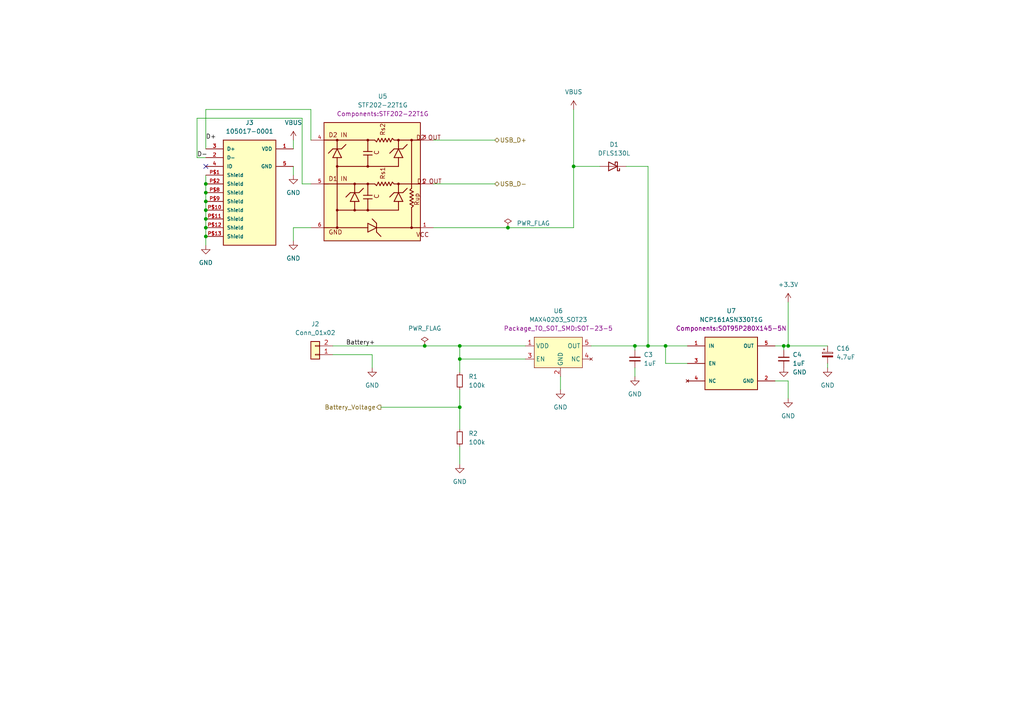
<source format=kicad_sch>
(kicad_sch (version 20211123) (generator eeschema)

  (uuid c984c7b4-056a-4621-ae36-56278099eac3)

  (paper "A4")

  (lib_symbols
    (symbol "Components:105017-0001" (pin_names (offset 1.016)) (in_bom yes) (on_board yes)
      (property "Reference" "J3" (id 0) (at 0 10.16 0)
        (effects (font (size 1.27 1.27)))
      )
      (property "Value" "105017-0001" (id 1) (at 0 7.62 0)
        (effects (font (size 1.27 1.27)))
      )
      (property "Footprint" "MOLEX_105017-0001" (id 2) (at 0 0 0)
        (effects (font (size 1.27 1.27)) (justify bottom) hide)
      )
      (property "Datasheet" "https://www.mouser.co.uk/datasheet/2/276/1/1050170001_IO_CONNECTORS-230168.pdf" (id 3) (at 0 0 0)
        (effects (font (size 1.27 1.27)) hide)
      )
      (property "ki_description" "Molex micro usb" (id 4) (at 0 0 0)
        (effects (font (size 1.27 1.27)) hide)
      )
      (symbol "105017-0001_0_0"
        (rectangle (start -7.62 5.08) (end 7.62 -25.4)
          (stroke (width 0.254) (type default) (color 0 0 0 0))
          (fill (type background))
        )
        (pin power_in line (at 12.7 2.54 180) (length 5.08)
          (name "VDD" (effects (font (size 1.016 1.016))))
          (number "1" (effects (font (size 1.016 1.016))))
        )
        (pin bidirectional line (at -12.7 0 0) (length 5.08)
          (name "D-" (effects (font (size 1.016 1.016))))
          (number "2" (effects (font (size 1.016 1.016))))
        )
        (pin bidirectional line (at -12.7 2.54 0) (length 5.08)
          (name "D+" (effects (font (size 1.016 1.016))))
          (number "3" (effects (font (size 1.016 1.016))))
        )
        (pin passive line (at -12.7 -2.54 0) (length 5.08)
          (name "ID" (effects (font (size 1.016 1.016))))
          (number "4" (effects (font (size 1.016 1.016))))
        )
        (pin power_in line (at 12.7 -2.54 180) (length 5.08)
          (name "GND" (effects (font (size 1.016 1.016))))
          (number "5" (effects (font (size 1.016 1.016))))
        )
      )
      (symbol "105017-0001_1_1"
        (pin passive line (at -12.7 -5.08 0) (length 5.08)
          (name "Shield" (effects (font (size 1.016 1.016))))
          (number "P$1" (effects (font (size 1.016 1.016))))
        )
        (pin passive line (at -12.7 -15.24 0) (length 5.08)
          (name "Shield" (effects (font (size 1.016 1.016))))
          (number "P$10" (effects (font (size 1.016 1.016))))
        )
        (pin passive line (at -12.7 -17.78 0) (length 5.08)
          (name "Shield" (effects (font (size 1.016 1.016))))
          (number "P$11" (effects (font (size 1.016 1.016))))
        )
        (pin passive line (at -12.7 -20.32 0) (length 5.08)
          (name "Shield" (effects (font (size 1.016 1.016))))
          (number "P$12" (effects (font (size 1.016 1.016))))
        )
        (pin passive line (at -12.7 -22.86 0) (length 5.08)
          (name "Shield" (effects (font (size 1.016 1.016))))
          (number "P$13" (effects (font (size 1.016 1.016))))
        )
        (pin passive line (at -12.7 -7.62 0) (length 5.08)
          (name "Shield" (effects (font (size 1.016 1.016))))
          (number "P$2" (effects (font (size 1.016 1.016))))
        )
        (pin passive line (at -12.7 -10.16 0) (length 5.08)
          (name "Shield" (effects (font (size 1.016 1.016))))
          (number "P$8" (effects (font (size 1.016 1.016))))
        )
        (pin passive line (at -12.7 -12.7 0) (length 5.08)
          (name "Shield" (effects (font (size 1.016 1.016))))
          (number "P$9" (effects (font (size 1.016 1.016))))
        )
      )
    )
    (symbol "Components:C_0603" (pin_numbers hide) (pin_names (offset 0.254) hide) (in_bom yes) (on_board yes)
      (property "Reference" "C" (id 0) (at 0.254 1.778 0)
        (effects (font (size 1.27 1.27)) (justify left))
      )
      (property "Value" "C_0603" (id 1) (at 0.254 -2.032 0)
        (effects (font (size 1.27 1.27)) (justify left))
      )
      (property "Footprint" "Components:C_0603_1608Metric" (id 2) (at 0 0 0)
        (effects (font (size 1.27 1.27)) hide)
      )
      (property "Datasheet" "~" (id 3) (at 0 0 0)
        (effects (font (size 1.27 1.27)) hide)
      )
      (property "ki_keywords" "capacitor cap" (id 4) (at 0 0 0)
        (effects (font (size 1.27 1.27)) hide)
      )
      (property "ki_description" "Unpolarized capacitor, small symbol" (id 5) (at 0 0 0)
        (effects (font (size 1.27 1.27)) hide)
      )
      (property "ki_fp_filters" "C_*" (id 6) (at 0 0 0)
        (effects (font (size 1.27 1.27)) hide)
      )
      (symbol "C_0603_0_1"
        (polyline
          (pts
            (xy -1.524 -0.508)
            (xy 1.524 -0.508)
          )
          (stroke (width 0.3302) (type default) (color 0 0 0 0))
          (fill (type none))
        )
        (polyline
          (pts
            (xy -1.524 0.508)
            (xy 1.524 0.508)
          )
          (stroke (width 0.3048) (type default) (color 0 0 0 0))
          (fill (type none))
        )
      )
      (symbol "C_0603_1_1"
        (pin passive line (at 0 2.54 270) (length 2.032)
          (name "~" (effects (font (size 1.27 1.27))))
          (number "1" (effects (font (size 1.27 1.27))))
        )
        (pin passive line (at 0 -2.54 90) (length 2.032)
          (name "~" (effects (font (size 1.27 1.27))))
          (number "2" (effects (font (size 1.27 1.27))))
        )
      )
    )
    (symbol "Components:DFLS130L" (pin_numbers hide) (pin_names (offset 1.016) hide) (in_bom yes) (on_board yes)
      (property "Reference" "D" (id 0) (at 0 2.54 0)
        (effects (font (size 1.27 1.27)))
      )
      (property "Value" "DFLS130L" (id 1) (at 0 -2.54 0)
        (effects (font (size 1.27 1.27)))
      )
      (property "Footprint" "" (id 2) (at 0 0 0)
        (effects (font (size 1.27 1.27)) hide)
      )
      (property "Datasheet" "~" (id 3) (at 0 0 0)
        (effects (font (size 1.27 1.27)) hide)
      )
      (property "ki_keywords" "diode Schottky" (id 4) (at 0 0 0)
        (effects (font (size 1.27 1.27)) hide)
      )
      (property "ki_description" "Schottky diode" (id 5) (at 0 0 0)
        (effects (font (size 1.27 1.27)) hide)
      )
      (property "ki_fp_filters" "TO-???* *_Diode_* *SingleDiode* D_*" (id 6) (at 0 0 0)
        (effects (font (size 1.27 1.27)) hide)
      )
      (symbol "DFLS130L_0_1"
        (polyline
          (pts
            (xy 1.27 0)
            (xy -1.27 0)
          )
          (stroke (width 0) (type default) (color 0 0 0 0))
          (fill (type none))
        )
        (polyline
          (pts
            (xy 1.27 1.27)
            (xy 1.27 -1.27)
            (xy -1.27 0)
            (xy 1.27 1.27)
          )
          (stroke (width 0.254) (type default) (color 0 0 0 0))
          (fill (type none))
        )
        (polyline
          (pts
            (xy -1.905 0.635)
            (xy -1.905 1.27)
            (xy -1.27 1.27)
            (xy -1.27 -1.27)
            (xy -0.635 -1.27)
            (xy -0.635 -0.635)
          )
          (stroke (width 0.254) (type default) (color 0 0 0 0))
          (fill (type none))
        )
      )
      (symbol "DFLS130L_1_1"
        (pin passive line (at -3.81 0 0) (length 2.54)
          (name "K" (effects (font (size 1.27 1.27))))
          (number "1" (effects (font (size 1.27 1.27))))
        )
        (pin passive line (at 3.81 0 180) (length 2.54)
          (name "A" (effects (font (size 1.27 1.27))))
          (number "2" (effects (font (size 1.27 1.27))))
        )
      )
    )
    (symbol "Components:MAX40203_SOT23" (in_bom yes) (on_board yes)
      (property "Reference" "U" (id 0) (at 0 7.62 0)
        (effects (font (size 1.27 1.27)))
      )
      (property "Value" "MAX40203_SOT23" (id 1) (at 1.27 5.08 0)
        (effects (font (size 1.27 1.27)))
      )
      (property "Footprint" "Package_TO_SOT_SMD:SOT-23-5" (id 2) (at 1.27 10.16 0)
        (effects (font (size 1.27 1.27)))
      )
      (property "Datasheet" "" (id 3) (at 0 0 0)
        (effects (font (size 1.27 1.27)) hide)
      )
      (symbol "MAX40203_SOT23_0_1"
        (rectangle (start -6.35 3.81) (end 7.62 -5.08)
          (stroke (width 0) (type default) (color 0 0 0 0))
          (fill (type background))
        )
      )
      (symbol "MAX40203_SOT23_1_1"
        (pin power_in line (at -8.89 1.27 0) (length 2.54)
          (name "VDD" (effects (font (size 1.27 1.27))))
          (number "1" (effects (font (size 1.27 1.27))))
        )
        (pin power_in line (at 1.27 -7.62 90) (length 2.54)
          (name "GND" (effects (font (size 1.27 1.27))))
          (number "2" (effects (font (size 1.27 1.27))))
        )
        (pin input line (at -8.89 -2.54 0) (length 2.54)
          (name "EN" (effects (font (size 1.27 1.27))))
          (number "3" (effects (font (size 1.27 1.27))))
        )
        (pin no_connect line (at 10.16 -2.54 180) (length 2.54)
          (name "NC" (effects (font (size 1.27 1.27))))
          (number "4" (effects (font (size 1.27 1.27))))
        )
        (pin power_out line (at 10.16 1.27 180) (length 2.54)
          (name "OUT" (effects (font (size 1.27 1.27))))
          (number "5" (effects (font (size 1.27 1.27))))
        )
      )
    )
    (symbol "Components:NCP161ASN180T1G" (pin_names (offset 1.016)) (in_bom yes) (on_board yes)
      (property "Reference" "U" (id 0) (at -7.62 8.382 0)
        (effects (font (size 1.27 1.27)) (justify left bottom))
      )
      (property "Value" "NCP161ASN180T1G" (id 1) (at -7.62 -10.16 0)
        (effects (font (size 1.27 1.27)) (justify left bottom))
      )
      (property "Footprint" "Components:SOT95P280X145-5N" (id 2) (at 0 0 0)
        (effects (font (size 1.27 1.27)) (justify bottom))
      )
      (property "Datasheet" "" (id 3) (at 0 0 0)
        (effects (font (size 1.27 1.27)) hide)
      )
      (property "PARTREV" "Rev. 18" (id 4) (at 0 0 0)
        (effects (font (size 1.27 1.27)) (justify bottom) hide)
      )
      (property "SNAPEDA_PN" "NCP161ASN180T1G" (id 5) (at 0 0 0)
        (effects (font (size 1.27 1.27)) (justify bottom) hide)
      )
      (property "STANDARD" "IPC-7351B" (id 6) (at 0 0 0)
        (effects (font (size 1.27 1.27)) (justify bottom) hide)
      )
      (property "MANUFACTURER" "Onsemi" (id 7) (at 0 0 0)
        (effects (font (size 1.27 1.27)) (justify bottom) hide)
      )
      (property "MAXIMUM_PACKAGE_HEIGHT" "1.45 mm" (id 8) (at 0 0 0)
        (effects (font (size 1.27 1.27)) (justify bottom) hide)
      )
      (symbol "NCP161ASN180T1G_0_0"
        (rectangle (start -7.62 -7.62) (end 7.62 7.62)
          (stroke (width 0.254) (type default) (color 0 0 0 0))
          (fill (type background))
        )
        (pin input line (at -12.7 5.08 0) (length 5.08)
          (name "IN" (effects (font (size 1.016 1.016))))
          (number "1" (effects (font (size 1.016 1.016))))
        )
        (pin power_in line (at 12.7 -5.08 180) (length 5.08)
          (name "GND" (effects (font (size 1.016 1.016))))
          (number "2" (effects (font (size 1.016 1.016))))
        )
        (pin input line (at -12.7 0 0) (length 5.08)
          (name "EN" (effects (font (size 1.016 1.016))))
          (number "3" (effects (font (size 1.016 1.016))))
        )
        (pin no_connect line (at -12.7 -5.08 0) (length 5.08)
          (name "NC" (effects (font (size 1.016 1.016))))
          (number "4" (effects (font (size 1.016 1.016))))
        )
        (pin output line (at 12.7 5.08 180) (length 5.08)
          (name "OUT" (effects (font (size 1.016 1.016))))
          (number "5" (effects (font (size 1.016 1.016))))
        )
      )
    )
    (symbol "Components:R_0603" (pin_numbers hide) (pin_names (offset 0.254) hide) (in_bom yes) (on_board yes)
      (property "Reference" "R" (id 0) (at 0.762 0.508 0)
        (effects (font (size 1.27 1.27)) (justify left))
      )
      (property "Value" "R_0603" (id 1) (at 0.762 -1.016 0)
        (effects (font (size 1.27 1.27)) (justify left))
      )
      (property "Footprint" "Components:R_0603_1608Metric" (id 2) (at 0 0 0)
        (effects (font (size 1.27 1.27)) hide)
      )
      (property "Datasheet" "~" (id 3) (at 0 0 0)
        (effects (font (size 1.27 1.27)) hide)
      )
      (property "ki_keywords" "R resistor" (id 4) (at 0 0 0)
        (effects (font (size 1.27 1.27)) hide)
      )
      (property "ki_description" "Resistor, small symbol" (id 5) (at 0 0 0)
        (effects (font (size 1.27 1.27)) hide)
      )
      (property "ki_fp_filters" "R_*" (id 6) (at 0 0 0)
        (effects (font (size 1.27 1.27)) hide)
      )
      (symbol "R_0603_0_1"
        (rectangle (start -0.762 1.778) (end 0.762 -1.778)
          (stroke (width 0.2032) (type default) (color 0 0 0 0))
          (fill (type none))
        )
      )
      (symbol "R_0603_1_1"
        (pin passive line (at 0 2.54 270) (length 0.762)
          (name "~" (effects (font (size 1.27 1.27))))
          (number "1" (effects (font (size 1.27 1.27))))
        )
        (pin passive line (at 0 -2.54 90) (length 0.762)
          (name "~" (effects (font (size 1.27 1.27))))
          (number "2" (effects (font (size 1.27 1.27))))
        )
      )
    )
    (symbol "Components:STF202-22T1G" (pin_names (offset 1.016)) (in_bom yes) (on_board yes)
      (property "Reference" "U" (id 0) (at -13.97 19.05 0)
        (effects (font (size 1.27 1.27)) (justify left))
      )
      (property "Value" "STF202-22T1G" (id 1) (at -13.97 -18.415 0)
        (effects (font (size 1.27 1.27)) (justify left))
      )
      (property "Footprint" "Components:STF202-22T1G" (id 2) (at 0 0 0)
        (effects (font (size 1.27 1.27)) (justify bottom))
      )
      (property "Datasheet" "" (id 3) (at 0 0 0)
        (effects (font (size 1.27 1.27)) hide)
      )
      (symbol "STF202-22T1G_0_0"
        (rectangle (start -13.97 -16.51) (end 13.97 17.78)
          (stroke (width 0.254) (type default) (color 0 0 0 0))
          (fill (type background))
        )
        (circle (center -10.16 -12.7) (radius 0.254)
          (stroke (width 0.254) (type default) (color 0 0 0 0))
          (fill (type none))
        )
        (circle (center -10.16 -7.62) (radius 0.254)
          (stroke (width 0.254) (type default) (color 0 0 0 0))
          (fill (type none))
        )
        (circle (center -10.16 5.08) (radius 0.254)
          (stroke (width 0.254) (type default) (color 0 0 0 0))
          (fill (type none))
        )
        (circle (center -10.16 12.7) (radius 0.254)
          (stroke (width 0.254) (type default) (color 0 0 0 0))
          (fill (type none))
        )
        (circle (center -5.08 -7.62) (radius 0.254)
          (stroke (width 0.254) (type default) (color 0 0 0 0))
          (fill (type none))
        )
        (circle (center -5.08 0) (radius 0.254)
          (stroke (width 0.254) (type default) (color 0 0 0 0))
          (fill (type none))
        )
        (circle (center -1.27 -7.62) (radius 0.254)
          (stroke (width 0.254) (type default) (color 0 0 0 0))
          (fill (type none))
        )
        (circle (center -1.27 0) (radius 0.254)
          (stroke (width 0.254) (type default) (color 0 0 0 0))
          (fill (type none))
        )
        (circle (center -1.27 5.08) (radius 0.254)
          (stroke (width 0.254) (type default) (color 0 0 0 0))
          (fill (type none))
        )
        (circle (center -1.27 12.7) (radius 0.254)
          (stroke (width 0.254) (type default) (color 0 0 0 0))
          (fill (type none))
        )
        (polyline
          (pts
            (xy -13.97 -12.7)
            (xy -1.27 -12.7)
          )
          (stroke (width 0.254) (type default) (color 0 0 0 0))
          (fill (type none))
        )
        (polyline
          (pts
            (xy -11.43 7.62)
            (xy -10.16 7.62)
          )
          (stroke (width 0.254) (type default) (color 0 0 0 0))
          (fill (type none))
        )
        (polyline
          (pts
            (xy -11.43 10.16)
            (xy -12.7 8.89)
          )
          (stroke (width 0.254) (type default) (color 0 0 0 0))
          (fill (type none))
        )
        (polyline
          (pts
            (xy -11.43 10.16)
            (xy -10.16 10.16)
          )
          (stroke (width 0.254) (type default) (color 0 0 0 0))
          (fill (type none))
        )
        (polyline
          (pts
            (xy -10.16 -7.62)
            (xy -10.16 -12.7)
          )
          (stroke (width 0.254) (type default) (color 0 0 0 0))
          (fill (type none))
        )
        (polyline
          (pts
            (xy -10.16 5.08)
            (xy -10.16 -7.62)
          )
          (stroke (width 0.254) (type default) (color 0 0 0 0))
          (fill (type none))
        )
        (polyline
          (pts
            (xy -10.16 7.62)
            (xy -10.16 5.08)
          )
          (stroke (width 0.254) (type default) (color 0 0 0 0))
          (fill (type none))
        )
        (polyline
          (pts
            (xy -10.16 7.62)
            (xy -8.89 7.62)
          )
          (stroke (width 0.254) (type default) (color 0 0 0 0))
          (fill (type none))
        )
        (polyline
          (pts
            (xy -10.16 10.16)
            (xy -11.43 7.62)
          )
          (stroke (width 0.254) (type default) (color 0 0 0 0))
          (fill (type none))
        )
        (polyline
          (pts
            (xy -10.16 10.16)
            (xy -8.89 10.16)
          )
          (stroke (width 0.254) (type default) (color 0 0 0 0))
          (fill (type none))
        )
        (polyline
          (pts
            (xy -10.16 12.7)
            (xy -10.16 10.16)
          )
          (stroke (width 0.254) (type default) (color 0 0 0 0))
          (fill (type none))
        )
        (polyline
          (pts
            (xy -8.89 7.62)
            (xy -10.16 10.16)
          )
          (stroke (width 0.254) (type default) (color 0 0 0 0))
          (fill (type none))
        )
        (polyline
          (pts
            (xy -8.89 10.16)
            (xy -7.62 11.43)
          )
          (stroke (width 0.254) (type default) (color 0 0 0 0))
          (fill (type none))
        )
        (polyline
          (pts
            (xy -6.35 -5.08)
            (xy -5.08 -5.08)
          )
          (stroke (width 0.254) (type default) (color 0 0 0 0))
          (fill (type none))
        )
        (polyline
          (pts
            (xy -6.35 -2.54)
            (xy -7.62 -3.81)
          )
          (stroke (width 0.254) (type default) (color 0 0 0 0))
          (fill (type none))
        )
        (polyline
          (pts
            (xy -6.35 -2.54)
            (xy -5.08 -2.54)
          )
          (stroke (width 0.254) (type default) (color 0 0 0 0))
          (fill (type none))
        )
        (polyline
          (pts
            (xy -5.08 -7.62)
            (xy -5.08 -5.08)
          )
          (stroke (width 0.254) (type default) (color 0 0 0 0))
          (fill (type none))
        )
        (polyline
          (pts
            (xy -5.08 -5.08)
            (xy -3.81 -5.08)
          )
          (stroke (width 0.254) (type default) (color 0 0 0 0))
          (fill (type none))
        )
        (polyline
          (pts
            (xy -5.08 -2.54)
            (xy -6.35 -5.08)
          )
          (stroke (width 0.254) (type default) (color 0 0 0 0))
          (fill (type none))
        )
        (polyline
          (pts
            (xy -5.08 -2.54)
            (xy -3.81 -2.54)
          )
          (stroke (width 0.254) (type default) (color 0 0 0 0))
          (fill (type none))
        )
        (polyline
          (pts
            (xy -5.08 0)
            (xy -5.08 -2.54)
          )
          (stroke (width 0.254) (type default) (color 0 0 0 0))
          (fill (type none))
        )
        (polyline
          (pts
            (xy -3.81 -5.08)
            (xy -5.08 -2.54)
          )
          (stroke (width 0.254) (type default) (color 0 0 0 0))
          (fill (type none))
        )
        (polyline
          (pts
            (xy -3.81 -2.54)
            (xy -2.54 -1.27)
          )
          (stroke (width 0.254) (type default) (color 0 0 0 0))
          (fill (type none))
        )
        (polyline
          (pts
            (xy -2.54 -4.318)
            (xy -1.27 -4.318)
          )
          (stroke (width 0.254) (type default) (color 0 0 0 0))
          (fill (type none))
        )
        (polyline
          (pts
            (xy -2.54 -3.302)
            (xy -1.27 -3.302)
          )
          (stroke (width 0.254) (type default) (color 0 0 0 0))
          (fill (type none))
        )
        (polyline
          (pts
            (xy -2.54 8.382)
            (xy -1.27 8.382)
          )
          (stroke (width 0.254) (type default) (color 0 0 0 0))
          (fill (type none))
        )
        (polyline
          (pts
            (xy -2.54 9.398)
            (xy -1.27 9.398)
          )
          (stroke (width 0.254) (type default) (color 0 0 0 0))
          (fill (type none))
        )
        (polyline
          (pts
            (xy -1.27 -13.97)
            (xy 1.27 -12.7)
          )
          (stroke (width 0.254) (type default) (color 0 0 0 0))
          (fill (type none))
        )
        (polyline
          (pts
            (xy -1.27 -12.7)
            (xy -1.27 -13.97)
          )
          (stroke (width 0.254) (type default) (color 0 0 0 0))
          (fill (type none))
        )
        (polyline
          (pts
            (xy -1.27 -11.43)
            (xy -1.27 -12.7)
          )
          (stroke (width 0.254) (type default) (color 0 0 0 0))
          (fill (type none))
        )
        (polyline
          (pts
            (xy -1.27 -7.62)
            (xy -1.27 -4.318)
          )
          (stroke (width 0.254) (type default) (color 0 0 0 0))
          (fill (type none))
        )
        (polyline
          (pts
            (xy -1.27 -4.318)
            (xy 0 -4.318)
          )
          (stroke (width 0.254) (type default) (color 0 0 0 0))
          (fill (type none))
        )
        (polyline
          (pts
            (xy -1.27 -3.302)
            (xy 0 -3.302)
          )
          (stroke (width 0.254) (type default) (color 0 0 0 0))
          (fill (type none))
        )
        (polyline
          (pts
            (xy -1.27 0)
            (xy -13.97 0)
          )
          (stroke (width 0.254) (type default) (color 0 0 0 0))
          (fill (type none))
        )
        (polyline
          (pts
            (xy -1.27 0)
            (xy -1.27 -3.302)
          )
          (stroke (width 0.254) (type default) (color 0 0 0 0))
          (fill (type none))
        )
        (polyline
          (pts
            (xy -1.27 0)
            (xy 0.762 0)
          )
          (stroke (width 0.254) (type default) (color 0 0 0 0))
          (fill (type none))
        )
        (polyline
          (pts
            (xy -1.27 5.08)
            (xy -1.27 8.382)
          )
          (stroke (width 0.254) (type default) (color 0 0 0 0))
          (fill (type none))
        )
        (polyline
          (pts
            (xy -1.27 8.382)
            (xy 0 8.382)
          )
          (stroke (width 0.254) (type default) (color 0 0 0 0))
          (fill (type none))
        )
        (polyline
          (pts
            (xy -1.27 9.398)
            (xy 0 9.398)
          )
          (stroke (width 0.254) (type default) (color 0 0 0 0))
          (fill (type none))
        )
        (polyline
          (pts
            (xy -1.27 12.7)
            (xy -13.97 12.7)
          )
          (stroke (width 0.254) (type default) (color 0 0 0 0))
          (fill (type none))
        )
        (polyline
          (pts
            (xy -1.27 12.7)
            (xy -1.27 9.398)
          )
          (stroke (width 0.254) (type default) (color 0 0 0 0))
          (fill (type none))
        )
        (polyline
          (pts
            (xy -1.27 12.7)
            (xy 0.762 12.7)
          )
          (stroke (width 0.254) (type default) (color 0 0 0 0))
          (fill (type none))
        )
        (polyline
          (pts
            (xy 1.27 -13.97)
            (xy 2.54 -15.24)
          )
          (stroke (width 0.254) (type default) (color 0 0 0 0))
          (fill (type none))
        )
        (polyline
          (pts
            (xy 1.27 -12.7)
            (xy -1.27 -11.43)
          )
          (stroke (width 0.254) (type default) (color 0 0 0 0))
          (fill (type none))
        )
        (polyline
          (pts
            (xy 1.27 -12.7)
            (xy 1.27 -13.97)
          )
          (stroke (width 0.254) (type default) (color 0 0 0 0))
          (fill (type none))
        )
        (polyline
          (pts
            (xy 1.27 -11.43)
            (xy 0 -10.16)
          )
          (stroke (width 0.254) (type default) (color 0 0 0 0))
          (fill (type none))
        )
        (polyline
          (pts
            (xy 1.27 -11.43)
            (xy 1.27 -12.7)
          )
          (stroke (width 0.254) (type default) (color 0 0 0 0))
          (fill (type none))
        )
        (polyline
          (pts
            (xy 1.27 -0.508)
            (xy 0.762 0)
          )
          (stroke (width 0.254) (type default) (color 0 0 0 0))
          (fill (type none))
        )
        (polyline
          (pts
            (xy 1.27 12.192)
            (xy 0.762 12.7)
          )
          (stroke (width 0.254) (type default) (color 0 0 0 0))
          (fill (type none))
        )
        (polyline
          (pts
            (xy 1.778 0.508)
            (xy 1.27 -0.508)
          )
          (stroke (width 0.254) (type default) (color 0 0 0 0))
          (fill (type none))
        )
        (polyline
          (pts
            (xy 1.778 13.208)
            (xy 1.27 12.192)
          )
          (stroke (width 0.254) (type default) (color 0 0 0 0))
          (fill (type none))
        )
        (polyline
          (pts
            (xy 2.286 -0.508)
            (xy 1.778 0.508)
          )
          (stroke (width 0.254) (type default) (color 0 0 0 0))
          (fill (type none))
        )
        (polyline
          (pts
            (xy 2.286 12.192)
            (xy 1.778 13.208)
          )
          (stroke (width 0.254) (type default) (color 0 0 0 0))
          (fill (type none))
        )
        (polyline
          (pts
            (xy 2.794 0.508)
            (xy 2.286 -0.508)
          )
          (stroke (width 0.254) (type default) (color 0 0 0 0))
          (fill (type none))
        )
        (polyline
          (pts
            (xy 2.794 13.208)
            (xy 2.286 12.192)
          )
          (stroke (width 0.254) (type default) (color 0 0 0 0))
          (fill (type none))
        )
        (polyline
          (pts
            (xy 3.302 -0.508)
            (xy 2.794 0.508)
          )
          (stroke (width 0.254) (type default) (color 0 0 0 0))
          (fill (type none))
        )
        (polyline
          (pts
            (xy 3.302 12.192)
            (xy 2.794 13.208)
          )
          (stroke (width 0.254) (type default) (color 0 0 0 0))
          (fill (type none))
        )
        (polyline
          (pts
            (xy 3.81 0.508)
            (xy 3.302 -0.508)
          )
          (stroke (width 0.254) (type default) (color 0 0 0 0))
          (fill (type none))
        )
        (polyline
          (pts
            (xy 3.81 13.208)
            (xy 3.302 12.192)
          )
          (stroke (width 0.254) (type default) (color 0 0 0 0))
          (fill (type none))
        )
        (polyline
          (pts
            (xy 4.318 -0.508)
            (xy 3.81 0.508)
          )
          (stroke (width 0.254) (type default) (color 0 0 0 0))
          (fill (type none))
        )
        (polyline
          (pts
            (xy 4.318 12.192)
            (xy 3.81 13.208)
          )
          (stroke (width 0.254) (type default) (color 0 0 0 0))
          (fill (type none))
        )
        (polyline
          (pts
            (xy 4.826 0.508)
            (xy 4.318 -0.508)
          )
          (stroke (width 0.254) (type default) (color 0 0 0 0))
          (fill (type none))
        )
        (polyline
          (pts
            (xy 4.826 13.208)
            (xy 4.318 12.192)
          )
          (stroke (width 0.254) (type default) (color 0 0 0 0))
          (fill (type none))
        )
        (polyline
          (pts
            (xy 5.334 -0.508)
            (xy 4.826 0.508)
          )
          (stroke (width 0.254) (type default) (color 0 0 0 0))
          (fill (type none))
        )
        (polyline
          (pts
            (xy 5.334 12.192)
            (xy 4.826 13.208)
          )
          (stroke (width 0.254) (type default) (color 0 0 0 0))
          (fill (type none))
        )
        (polyline
          (pts
            (xy 5.842 0.508)
            (xy 5.334 -0.508)
          )
          (stroke (width 0.254) (type default) (color 0 0 0 0))
          (fill (type none))
        )
        (polyline
          (pts
            (xy 5.842 13.208)
            (xy 5.334 12.192)
          )
          (stroke (width 0.254) (type default) (color 0 0 0 0))
          (fill (type none))
        )
        (polyline
          (pts
            (xy 6.35 -5.08)
            (xy 7.62 -5.08)
          )
          (stroke (width 0.254) (type default) (color 0 0 0 0))
          (fill (type none))
        )
        (polyline
          (pts
            (xy 6.35 -2.54)
            (xy 5.08 -3.81)
          )
          (stroke (width 0.254) (type default) (color 0 0 0 0))
          (fill (type none))
        )
        (polyline
          (pts
            (xy 6.35 -2.54)
            (xy 7.62 -2.54)
          )
          (stroke (width 0.254) (type default) (color 0 0 0 0))
          (fill (type none))
        )
        (polyline
          (pts
            (xy 6.35 0)
            (xy 5.842 0.508)
          )
          (stroke (width 0.254) (type default) (color 0 0 0 0))
          (fill (type none))
        )
        (polyline
          (pts
            (xy 6.35 0)
            (xy 7.62 0)
          )
          (stroke (width 0.254) (type default) (color 0 0 0 0))
          (fill (type none))
        )
        (polyline
          (pts
            (xy 6.35 7.62)
            (xy 7.62 7.62)
          )
          (stroke (width 0.254) (type default) (color 0 0 0 0))
          (fill (type none))
        )
        (polyline
          (pts
            (xy 6.35 10.16)
            (xy 5.08 8.89)
          )
          (stroke (width 0.254) (type default) (color 0 0 0 0))
          (fill (type none))
        )
        (polyline
          (pts
            (xy 6.35 10.16)
            (xy 7.62 10.16)
          )
          (stroke (width 0.254) (type default) (color 0 0 0 0))
          (fill (type none))
        )
        (polyline
          (pts
            (xy 6.35 12.7)
            (xy 5.842 13.208)
          )
          (stroke (width 0.254) (type default) (color 0 0 0 0))
          (fill (type none))
        )
        (polyline
          (pts
            (xy 6.35 12.7)
            (xy 7.62 12.7)
          )
          (stroke (width 0.254) (type default) (color 0 0 0 0))
          (fill (type none))
        )
        (polyline
          (pts
            (xy 7.62 -7.62)
            (xy -10.16 -7.62)
          )
          (stroke (width 0.254) (type default) (color 0 0 0 0))
          (fill (type none))
        )
        (polyline
          (pts
            (xy 7.62 -7.62)
            (xy 7.62 -5.08)
          )
          (stroke (width 0.254) (type default) (color 0 0 0 0))
          (fill (type none))
        )
        (polyline
          (pts
            (xy 7.62 -5.08)
            (xy 8.89 -5.08)
          )
          (stroke (width 0.254) (type default) (color 0 0 0 0))
          (fill (type none))
        )
        (polyline
          (pts
            (xy 7.62 -2.54)
            (xy 6.35 -5.08)
          )
          (stroke (width 0.254) (type default) (color 0 0 0 0))
          (fill (type none))
        )
        (polyline
          (pts
            (xy 7.62 -2.54)
            (xy 8.89 -2.54)
          )
          (stroke (width 0.254) (type default) (color 0 0 0 0))
          (fill (type none))
        )
        (polyline
          (pts
            (xy 7.62 0)
            (xy 7.62 -2.54)
          )
          (stroke (width 0.254) (type default) (color 0 0 0 0))
          (fill (type none))
        )
        (polyline
          (pts
            (xy 7.62 0)
            (xy 11.43 0)
          )
          (stroke (width 0.254) (type default) (color 0 0 0 0))
          (fill (type none))
        )
        (polyline
          (pts
            (xy 7.62 5.08)
            (xy -10.16 5.08)
          )
          (stroke (width 0.254) (type default) (color 0 0 0 0))
          (fill (type none))
        )
        (polyline
          (pts
            (xy 7.62 5.08)
            (xy 7.62 7.62)
          )
          (stroke (width 0.254) (type default) (color 0 0 0 0))
          (fill (type none))
        )
        (polyline
          (pts
            (xy 7.62 7.62)
            (xy 8.89 7.62)
          )
          (stroke (width 0.254) (type default) (color 0 0 0 0))
          (fill (type none))
        )
        (polyline
          (pts
            (xy 7.62 10.16)
            (xy 6.35 7.62)
          )
          (stroke (width 0.254) (type default) (color 0 0 0 0))
          (fill (type none))
        )
        (polyline
          (pts
            (xy 7.62 10.16)
            (xy 8.89 10.16)
          )
          (stroke (width 0.254) (type default) (color 0 0 0 0))
          (fill (type none))
        )
        (polyline
          (pts
            (xy 7.62 12.7)
            (xy 7.62 10.16)
          )
          (stroke (width 0.254) (type default) (color 0 0 0 0))
          (fill (type none))
        )
        (polyline
          (pts
            (xy 8.89 -5.08)
            (xy 7.62 -2.54)
          )
          (stroke (width 0.254) (type default) (color 0 0 0 0))
          (fill (type none))
        )
        (polyline
          (pts
            (xy 8.89 -2.54)
            (xy 10.16 -1.27)
          )
          (stroke (width 0.254) (type default) (color 0 0 0 0))
          (fill (type none))
        )
        (polyline
          (pts
            (xy 8.89 7.62)
            (xy 7.62 10.16)
          )
          (stroke (width 0.254) (type default) (color 0 0 0 0))
          (fill (type none))
        )
        (polyline
          (pts
            (xy 8.89 10.16)
            (xy 10.16 11.43)
          )
          (stroke (width 0.254) (type default) (color 0 0 0 0))
          (fill (type none))
        )
        (polyline
          (pts
            (xy 10.922 -5.842)
            (xy 11.938 -6.35)
          )
          (stroke (width 0.254) (type default) (color 0 0 0 0))
          (fill (type none))
        )
        (polyline
          (pts
            (xy 10.922 -4.826)
            (xy 11.938 -5.334)
          )
          (stroke (width 0.254) (type default) (color 0 0 0 0))
          (fill (type none))
        )
        (polyline
          (pts
            (xy 10.922 -3.81)
            (xy 11.938 -4.318)
          )
          (stroke (width 0.254) (type default) (color 0 0 0 0))
          (fill (type none))
        )
        (polyline
          (pts
            (xy 10.922 -2.794)
            (xy 11.938 -3.302)
          )
          (stroke (width 0.254) (type default) (color 0 0 0 0))
          (fill (type none))
        )
        (polyline
          (pts
            (xy 10.922 -1.778)
            (xy 11.938 -2.286)
          )
          (stroke (width 0.254) (type default) (color 0 0 0 0))
          (fill (type none))
        )
        (polyline
          (pts
            (xy 11.43 -12.7)
            (xy 1.27 -12.7)
          )
          (stroke (width 0.254) (type default) (color 0 0 0 0))
          (fill (type none))
        )
        (polyline
          (pts
            (xy 11.43 -12.7)
            (xy 11.43 -6.858)
          )
          (stroke (width 0.254) (type default) (color 0 0 0 0))
          (fill (type none))
        )
        (polyline
          (pts
            (xy 11.43 -12.7)
            (xy 13.97 -12.7)
          )
          (stroke (width 0.254) (type default) (color 0 0 0 0))
          (fill (type none))
        )
        (polyline
          (pts
            (xy 11.43 -1.27)
            (xy 10.922 -1.778)
          )
          (stroke (width 0.254) (type default) (color 0 0 0 0))
          (fill (type none))
        )
        (polyline
          (pts
            (xy 11.43 -1.27)
            (xy 11.43 0)
          )
          (stroke (width 0.254) (type default) (color 0 0 0 0))
          (fill (type none))
        )
        (polyline
          (pts
            (xy 11.43 0)
            (xy 11.43 12.7)
          )
          (stroke (width 0.254) (type default) (color 0 0 0 0))
          (fill (type none))
        )
        (polyline
          (pts
            (xy 11.43 0)
            (xy 13.97 0)
          )
          (stroke (width 0.254) (type default) (color 0 0 0 0))
          (fill (type none))
        )
        (polyline
          (pts
            (xy 11.43 12.7)
            (xy 7.62 12.7)
          )
          (stroke (width 0.254) (type default) (color 0 0 0 0))
          (fill (type none))
        )
        (polyline
          (pts
            (xy 11.43 12.7)
            (xy 13.97 12.7)
          )
          (stroke (width 0.254) (type default) (color 0 0 0 0))
          (fill (type none))
        )
        (polyline
          (pts
            (xy 11.938 -6.35)
            (xy 11.43 -6.858)
          )
          (stroke (width 0.254) (type default) (color 0 0 0 0))
          (fill (type none))
        )
        (polyline
          (pts
            (xy 11.938 -5.334)
            (xy 10.922 -5.842)
          )
          (stroke (width 0.254) (type default) (color 0 0 0 0))
          (fill (type none))
        )
        (polyline
          (pts
            (xy 11.938 -4.318)
            (xy 10.922 -4.826)
          )
          (stroke (width 0.254) (type default) (color 0 0 0 0))
          (fill (type none))
        )
        (polyline
          (pts
            (xy 11.938 -3.302)
            (xy 10.922 -3.81)
          )
          (stroke (width 0.254) (type default) (color 0 0 0 0))
          (fill (type none))
        )
        (polyline
          (pts
            (xy 11.938 -2.286)
            (xy 10.922 -2.794)
          )
          (stroke (width 0.254) (type default) (color 0 0 0 0))
          (fill (type none))
        )
        (circle (center 7.62 0) (radius 0.254)
          (stroke (width 0.254) (type default) (color 0 0 0 0))
          (fill (type none))
        )
        (circle (center 7.62 12.7) (radius 0.254)
          (stroke (width 0.254) (type default) (color 0 0 0 0))
          (fill (type none))
        )
        (circle (center 11.43 -12.7) (radius 0.254)
          (stroke (width 0.254) (type default) (color 0 0 0 0))
          (fill (type none))
        )
        (circle (center 11.43 12.7) (radius 0.254)
          (stroke (width 0.254) (type default) (color 0 0 0 0))
          (fill (type none))
        )
        (text "C" (at 2.032 -4.318 900)
          (effects (font (size 1.27 1.27)) (justify left bottom))
        )
        (text "C" (at 2.032 8.382 900)
          (effects (font (size 1.27 1.27)) (justify left bottom))
        )
        (text "D1 IN" (at -12.7 0.762 0)
          (effects (font (size 1.27 1.27)) (justify left bottom))
        )
        (text "D1 OUT" (at 12.954 0.762 0)
          (effects (font (size 1.27 1.27)) (justify left))
        )
        (text "D2 IN" (at -12.7 13.462 0)
          (effects (font (size 1.27 1.27)) (justify left bottom))
        )
        (text "D2 OUT" (at 12.7 13.462 0)
          (effects (font (size 1.27 1.27)) (justify left))
        )
        (text "GND" (at -12.7 -14.732 0)
          (effects (font (size 1.27 1.27)) (justify left bottom))
        )
        (text "Rs1" (at 3.81 1.27 900)
          (effects (font (size 1.27 1.27)) (justify left bottom))
        )
        (text "Rs2" (at 3.81 13.97 900)
          (effects (font (size 1.27 1.27)) (justify left bottom))
        )
        (text "Rup" (at 13.716 -6.35 900)
          (effects (font (size 1.27 1.27)) (justify left bottom))
        )
        (text "VCC" (at 12.7 -14.732 0)
          (effects (font (size 1.27 1.27)) (justify left))
        )
        (pin bidirectional line (at 17.78 -12.7 180) (length 5.08)
          (name "~" (effects (font (size 1.016 1.016))))
          (number "1" (effects (font (size 1.016 1.016))))
        )
        (pin bidirectional line (at 17.78 0 180) (length 5.08)
          (name "~" (effects (font (size 1.016 1.016))))
          (number "2" (effects (font (size 1.016 1.016))))
        )
        (pin bidirectional line (at 17.78 12.7 180) (length 5.08)
          (name "~" (effects (font (size 1.016 1.016))))
          (number "3" (effects (font (size 1.016 1.016))))
        )
        (pin bidirectional line (at -17.78 12.7 0) (length 5.08)
          (name "~" (effects (font (size 1.016 1.016))))
          (number "4" (effects (font (size 1.016 1.016))))
        )
        (pin bidirectional line (at -17.78 0 0) (length 5.08)
          (name "~" (effects (font (size 1.016 1.016))))
          (number "5" (effects (font (size 1.016 1.016))))
        )
        (pin bidirectional line (at -17.78 -12.7 0) (length 5.08)
          (name "~" (effects (font (size 1.016 1.016))))
          (number "6" (effects (font (size 1.016 1.016))))
        )
      )
    )
    (symbol "Connector_Generic:Conn_01x02" (pin_names (offset 1.016) hide) (in_bom yes) (on_board yes)
      (property "Reference" "J" (id 0) (at 0 2.54 0)
        (effects (font (size 1.27 1.27)))
      )
      (property "Value" "Conn_01x02" (id 1) (at 0 -5.08 0)
        (effects (font (size 1.27 1.27)))
      )
      (property "Footprint" "" (id 2) (at 0 0 0)
        (effects (font (size 1.27 1.27)) hide)
      )
      (property "Datasheet" "~" (id 3) (at 0 0 0)
        (effects (font (size 1.27 1.27)) hide)
      )
      (property "ki_keywords" "connector" (id 4) (at 0 0 0)
        (effects (font (size 1.27 1.27)) hide)
      )
      (property "ki_description" "Generic connector, single row, 01x02, script generated (kicad-library-utils/schlib/autogen/connector/)" (id 5) (at 0 0 0)
        (effects (font (size 1.27 1.27)) hide)
      )
      (property "ki_fp_filters" "Connector*:*_1x??_*" (id 6) (at 0 0 0)
        (effects (font (size 1.27 1.27)) hide)
      )
      (symbol "Conn_01x02_1_1"
        (rectangle (start -1.27 -2.413) (end 0 -2.667)
          (stroke (width 0.1524) (type default) (color 0 0 0 0))
          (fill (type none))
        )
        (rectangle (start -1.27 0.127) (end 0 -0.127)
          (stroke (width 0.1524) (type default) (color 0 0 0 0))
          (fill (type none))
        )
        (rectangle (start -1.27 1.27) (end 1.27 -3.81)
          (stroke (width 0.254) (type default) (color 0 0 0 0))
          (fill (type background))
        )
        (pin passive line (at -5.08 0 0) (length 3.81)
          (name "Pin_1" (effects (font (size 1.27 1.27))))
          (number "1" (effects (font (size 1.27 1.27))))
        )
        (pin passive line (at -5.08 -2.54 0) (length 3.81)
          (name "Pin_2" (effects (font (size 1.27 1.27))))
          (number "2" (effects (font (size 1.27 1.27))))
        )
      )
    )
    (symbol "Device:C_Polarized_Small" (pin_numbers hide) (pin_names (offset 0.254) hide) (in_bom yes) (on_board yes)
      (property "Reference" "C" (id 0) (at 0.254 1.778 0)
        (effects (font (size 1.27 1.27)) (justify left))
      )
      (property "Value" "C_Polarized_Small" (id 1) (at 0.254 -2.032 0)
        (effects (font (size 1.27 1.27)) (justify left))
      )
      (property "Footprint" "" (id 2) (at 0 0 0)
        (effects (font (size 1.27 1.27)) hide)
      )
      (property "Datasheet" "~" (id 3) (at 0 0 0)
        (effects (font (size 1.27 1.27)) hide)
      )
      (property "ki_keywords" "cap capacitor" (id 4) (at 0 0 0)
        (effects (font (size 1.27 1.27)) hide)
      )
      (property "ki_description" "Polarized capacitor, small symbol" (id 5) (at 0 0 0)
        (effects (font (size 1.27 1.27)) hide)
      )
      (property "ki_fp_filters" "CP_*" (id 6) (at 0 0 0)
        (effects (font (size 1.27 1.27)) hide)
      )
      (symbol "C_Polarized_Small_0_1"
        (rectangle (start -1.524 -0.3048) (end 1.524 -0.6858)
          (stroke (width 0) (type default) (color 0 0 0 0))
          (fill (type outline))
        )
        (rectangle (start -1.524 0.6858) (end 1.524 0.3048)
          (stroke (width 0) (type default) (color 0 0 0 0))
          (fill (type none))
        )
        (polyline
          (pts
            (xy -1.27 1.524)
            (xy -0.762 1.524)
          )
          (stroke (width 0) (type default) (color 0 0 0 0))
          (fill (type none))
        )
        (polyline
          (pts
            (xy -1.016 1.27)
            (xy -1.016 1.778)
          )
          (stroke (width 0) (type default) (color 0 0 0 0))
          (fill (type none))
        )
      )
      (symbol "C_Polarized_Small_1_1"
        (pin passive line (at 0 2.54 270) (length 1.8542)
          (name "~" (effects (font (size 1.27 1.27))))
          (number "1" (effects (font (size 1.27 1.27))))
        )
        (pin passive line (at 0 -2.54 90) (length 1.8542)
          (name "~" (effects (font (size 1.27 1.27))))
          (number "2" (effects (font (size 1.27 1.27))))
        )
      )
    )
    (symbol "GND_1" (power) (pin_names (offset 0)) (in_bom yes) (on_board yes)
      (property "Reference" "#PWR" (id 0) (at 0 -6.35 0)
        (effects (font (size 1.27 1.27)) hide)
      )
      (property "Value" "GND_1" (id 1) (at 0 -3.81 0)
        (effects (font (size 1.27 1.27)))
      )
      (property "Footprint" "" (id 2) (at 0 0 0)
        (effects (font (size 1.27 1.27)) hide)
      )
      (property "Datasheet" "" (id 3) (at 0 0 0)
        (effects (font (size 1.27 1.27)) hide)
      )
      (property "ki_keywords" "power-flag" (id 4) (at 0 0 0)
        (effects (font (size 1.27 1.27)) hide)
      )
      (property "ki_description" "Power symbol creates a global label with name \"GND\" , ground" (id 5) (at 0 0 0)
        (effects (font (size 1.27 1.27)) hide)
      )
      (symbol "GND_1_0_1"
        (polyline
          (pts
            (xy 0 0)
            (xy 0 -1.27)
            (xy 1.27 -1.27)
            (xy 0 -2.54)
            (xy -1.27 -1.27)
            (xy 0 -1.27)
          )
          (stroke (width 0) (type default) (color 0 0 0 0))
          (fill (type none))
        )
      )
      (symbol "GND_1_1_1"
        (pin power_in line (at 0 0 270) (length 0) hide
          (name "GND" (effects (font (size 1.27 1.27))))
          (number "1" (effects (font (size 1.27 1.27))))
        )
      )
    )
    (symbol "GND_2" (power) (pin_names (offset 0)) (in_bom yes) (on_board yes)
      (property "Reference" "#PWR" (id 0) (at 0 -6.35 0)
        (effects (font (size 1.27 1.27)) hide)
      )
      (property "Value" "GND_2" (id 1) (at 0 -3.81 0)
        (effects (font (size 1.27 1.27)))
      )
      (property "Footprint" "" (id 2) (at 0 0 0)
        (effects (font (size 1.27 1.27)) hide)
      )
      (property "Datasheet" "" (id 3) (at 0 0 0)
        (effects (font (size 1.27 1.27)) hide)
      )
      (property "ki_keywords" "power-flag" (id 4) (at 0 0 0)
        (effects (font (size 1.27 1.27)) hide)
      )
      (property "ki_description" "Power symbol creates a global label with name \"GND\" , ground" (id 5) (at 0 0 0)
        (effects (font (size 1.27 1.27)) hide)
      )
      (symbol "GND_2_0_1"
        (polyline
          (pts
            (xy 0 0)
            (xy 0 -1.27)
            (xy 1.27 -1.27)
            (xy 0 -2.54)
            (xy -1.27 -1.27)
            (xy 0 -1.27)
          )
          (stroke (width 0) (type default) (color 0 0 0 0))
          (fill (type none))
        )
      )
      (symbol "GND_2_1_1"
        (pin power_in line (at 0 0 270) (length 0) hide
          (name "GND" (effects (font (size 1.27 1.27))))
          (number "1" (effects (font (size 1.27 1.27))))
        )
      )
    )
    (symbol "GND_3" (power) (pin_names (offset 0)) (in_bom yes) (on_board yes)
      (property "Reference" "#PWR" (id 0) (at 0 -6.35 0)
        (effects (font (size 1.27 1.27)) hide)
      )
      (property "Value" "GND_3" (id 1) (at 0 -3.81 0)
        (effects (font (size 1.27 1.27)))
      )
      (property "Footprint" "" (id 2) (at 0 0 0)
        (effects (font (size 1.27 1.27)) hide)
      )
      (property "Datasheet" "" (id 3) (at 0 0 0)
        (effects (font (size 1.27 1.27)) hide)
      )
      (property "ki_keywords" "power-flag" (id 4) (at 0 0 0)
        (effects (font (size 1.27 1.27)) hide)
      )
      (property "ki_description" "Power symbol creates a global label with name \"GND\" , ground" (id 5) (at 0 0 0)
        (effects (font (size 1.27 1.27)) hide)
      )
      (symbol "GND_3_0_1"
        (polyline
          (pts
            (xy 0 0)
            (xy 0 -1.27)
            (xy 1.27 -1.27)
            (xy 0 -2.54)
            (xy -1.27 -1.27)
            (xy 0 -1.27)
          )
          (stroke (width 0) (type default) (color 0 0 0 0))
          (fill (type none))
        )
      )
      (symbol "GND_3_1_1"
        (pin power_in line (at 0 0 270) (length 0) hide
          (name "GND" (effects (font (size 1.27 1.27))))
          (number "1" (effects (font (size 1.27 1.27))))
        )
      )
    )
    (symbol "power:+3.3V" (power) (pin_names (offset 0)) (in_bom yes) (on_board yes)
      (property "Reference" "#PWR" (id 0) (at 0 -3.81 0)
        (effects (font (size 1.27 1.27)) hide)
      )
      (property "Value" "+3.3V" (id 1) (at 0 3.556 0)
        (effects (font (size 1.27 1.27)))
      )
      (property "Footprint" "" (id 2) (at 0 0 0)
        (effects (font (size 1.27 1.27)) hide)
      )
      (property "Datasheet" "" (id 3) (at 0 0 0)
        (effects (font (size 1.27 1.27)) hide)
      )
      (property "ki_keywords" "global power" (id 4) (at 0 0 0)
        (effects (font (size 1.27 1.27)) hide)
      )
      (property "ki_description" "Power symbol creates a global label with name \"+3.3V\"" (id 5) (at 0 0 0)
        (effects (font (size 1.27 1.27)) hide)
      )
      (symbol "+3.3V_0_1"
        (polyline
          (pts
            (xy -0.762 1.27)
            (xy 0 2.54)
          )
          (stroke (width 0) (type default) (color 0 0 0 0))
          (fill (type none))
        )
        (polyline
          (pts
            (xy 0 0)
            (xy 0 2.54)
          )
          (stroke (width 0) (type default) (color 0 0 0 0))
          (fill (type none))
        )
        (polyline
          (pts
            (xy 0 2.54)
            (xy 0.762 1.27)
          )
          (stroke (width 0) (type default) (color 0 0 0 0))
          (fill (type none))
        )
      )
      (symbol "+3.3V_1_1"
        (pin power_in line (at 0 0 90) (length 0) hide
          (name "+3.3V" (effects (font (size 1.27 1.27))))
          (number "1" (effects (font (size 1.27 1.27))))
        )
      )
    )
    (symbol "power:GND" (power) (pin_names (offset 0)) (in_bom yes) (on_board yes)
      (property "Reference" "#PWR" (id 0) (at 0 -6.35 0)
        (effects (font (size 1.27 1.27)) hide)
      )
      (property "Value" "GND" (id 1) (at 0 -3.81 0)
        (effects (font (size 1.27 1.27)))
      )
      (property "Footprint" "" (id 2) (at 0 0 0)
        (effects (font (size 1.27 1.27)) hide)
      )
      (property "Datasheet" "" (id 3) (at 0 0 0)
        (effects (font (size 1.27 1.27)) hide)
      )
      (property "ki_keywords" "global power" (id 4) (at 0 0 0)
        (effects (font (size 1.27 1.27)) hide)
      )
      (property "ki_description" "Power symbol creates a global label with name \"GND\" , ground" (id 5) (at 0 0 0)
        (effects (font (size 1.27 1.27)) hide)
      )
      (symbol "GND_0_1"
        (polyline
          (pts
            (xy 0 0)
            (xy 0 -1.27)
            (xy 1.27 -1.27)
            (xy 0 -2.54)
            (xy -1.27 -1.27)
            (xy 0 -1.27)
          )
          (stroke (width 0) (type default) (color 0 0 0 0))
          (fill (type none))
        )
      )
      (symbol "GND_1_1"
        (pin power_in line (at 0 0 270) (length 0) hide
          (name "GND" (effects (font (size 1.27 1.27))))
          (number "1" (effects (font (size 1.27 1.27))))
        )
      )
    )
    (symbol "power:PWR_FLAG" (power) (pin_numbers hide) (pin_names (offset 0) hide) (in_bom yes) (on_board yes)
      (property "Reference" "#FLG" (id 0) (at 0 1.905 0)
        (effects (font (size 1.27 1.27)) hide)
      )
      (property "Value" "PWR_FLAG" (id 1) (at 0 3.81 0)
        (effects (font (size 1.27 1.27)))
      )
      (property "Footprint" "" (id 2) (at 0 0 0)
        (effects (font (size 1.27 1.27)) hide)
      )
      (property "Datasheet" "~" (id 3) (at 0 0 0)
        (effects (font (size 1.27 1.27)) hide)
      )
      (property "ki_keywords" "flag power" (id 4) (at 0 0 0)
        (effects (font (size 1.27 1.27)) hide)
      )
      (property "ki_description" "Special symbol for telling ERC where power comes from" (id 5) (at 0 0 0)
        (effects (font (size 1.27 1.27)) hide)
      )
      (symbol "PWR_FLAG_0_0"
        (pin power_out line (at 0 0 90) (length 0)
          (name "pwr" (effects (font (size 1.27 1.27))))
          (number "1" (effects (font (size 1.27 1.27))))
        )
      )
      (symbol "PWR_FLAG_0_1"
        (polyline
          (pts
            (xy 0 0)
            (xy 0 1.27)
            (xy -1.016 1.905)
            (xy 0 2.54)
            (xy 1.016 1.905)
            (xy 0 1.27)
          )
          (stroke (width 0) (type default) (color 0 0 0 0))
          (fill (type none))
        )
      )
    )
    (symbol "power:VBUS" (power) (pin_names (offset 0)) (in_bom yes) (on_board yes)
      (property "Reference" "#PWR" (id 0) (at 0 -3.81 0)
        (effects (font (size 1.27 1.27)) hide)
      )
      (property "Value" "VBUS" (id 1) (at 0 3.81 0)
        (effects (font (size 1.27 1.27)))
      )
      (property "Footprint" "" (id 2) (at 0 0 0)
        (effects (font (size 1.27 1.27)) hide)
      )
      (property "Datasheet" "" (id 3) (at 0 0 0)
        (effects (font (size 1.27 1.27)) hide)
      )
      (property "ki_keywords" "global power" (id 4) (at 0 0 0)
        (effects (font (size 1.27 1.27)) hide)
      )
      (property "ki_description" "Power symbol creates a global label with name \"VBUS\"" (id 5) (at 0 0 0)
        (effects (font (size 1.27 1.27)) hide)
      )
      (symbol "VBUS_0_1"
        (polyline
          (pts
            (xy -0.762 1.27)
            (xy 0 2.54)
          )
          (stroke (width 0) (type default) (color 0 0 0 0))
          (fill (type none))
        )
        (polyline
          (pts
            (xy 0 0)
            (xy 0 2.54)
          )
          (stroke (width 0) (type default) (color 0 0 0 0))
          (fill (type none))
        )
        (polyline
          (pts
            (xy 0 2.54)
            (xy 0.762 1.27)
          )
          (stroke (width 0) (type default) (color 0 0 0 0))
          (fill (type none))
        )
      )
      (symbol "VBUS_1_1"
        (pin power_in line (at 0 0 90) (length 0) hide
          (name "VBUS" (effects (font (size 1.27 1.27))))
          (number "1" (effects (font (size 1.27 1.27))))
        )
      )
    )
  )

  (junction (at 166.37 48.26) (diameter 0) (color 0 0 0 0)
    (uuid 03346e26-d7fd-4c9f-85a5-a250f7235a9f)
  )
  (junction (at 59.69 58.42) (diameter 0) (color 0 0 0 0)
    (uuid 0c066651-914f-4233-bc33-318a1133ffac)
  )
  (junction (at 123.19 100.33) (diameter 0) (color 0 0 0 0)
    (uuid 112fe8e2-6386-49f9-8465-2381fc0b2070)
  )
  (junction (at 59.69 66.04) (diameter 0) (color 0 0 0 0)
    (uuid 2776ab1f-49d0-4762-9df8-ec086ed80dbd)
  )
  (junction (at 228.6 100.33) (diameter 0) (color 0 0 0 0)
    (uuid 2c988c9a-7ec1-4e2d-93db-095d799ac33b)
  )
  (junction (at 133.35 118.11) (diameter 0) (color 0 0 0 0)
    (uuid 40d50ea6-b73c-41c2-9ef2-3b090b3e957b)
  )
  (junction (at 184.15 100.33) (diameter 0) (color 0 0 0 0)
    (uuid 4283dbe6-4fbc-4167-aef0-effe84d96957)
  )
  (junction (at 59.69 60.96) (diameter 0) (color 0 0 0 0)
    (uuid 4be1b8d3-a94e-4041-b208-709602d4635d)
  )
  (junction (at 59.69 68.58) (diameter 0) (color 0 0 0 0)
    (uuid 5931c446-30e0-4698-a4ac-85addfaa9866)
  )
  (junction (at 59.69 55.88) (diameter 0) (color 0 0 0 0)
    (uuid 6af93792-5993-49ce-b343-00d702c02cce)
  )
  (junction (at 193.04 100.33) (diameter 0) (color 0 0 0 0)
    (uuid 741885bd-946b-4f39-8ff2-c6eb287e0b12)
  )
  (junction (at 187.96 100.33) (diameter 0) (color 0 0 0 0)
    (uuid 7ef29856-88a3-4cd1-9c38-a17ce358a097)
  )
  (junction (at 133.35 100.33) (diameter 0) (color 0 0 0 0)
    (uuid 9cb57c92-a0ee-414e-8055-9ed5b71b2b50)
  )
  (junction (at 59.69 63.5) (diameter 0) (color 0 0 0 0)
    (uuid ab651ad7-44f0-4bfa-9034-3112c20cdf3f)
  )
  (junction (at 133.35 104.14) (diameter 0) (color 0 0 0 0)
    (uuid aec699ad-05a7-43b1-b3a6-9b8a07231d07)
  )
  (junction (at 59.69 53.34) (diameter 0) (color 0 0 0 0)
    (uuid c0ce4c45-6776-4de5-8a7d-ec898bb38ee9)
  )
  (junction (at 227.33 100.33) (diameter 0) (color 0 0 0 0)
    (uuid d326d31d-814d-4482-a834-09f2fa9ae83a)
  )
  (junction (at 147.32 66.04) (diameter 0) (color 0 0 0 0)
    (uuid ec3d89a2-29b0-4241-8ff9-f0d4d9a30e3e)
  )

  (no_connect (at 59.69 48.26) (uuid 71a9fc76-f1d7-4149-aa14-2e65d915af0e))

  (wire (pts (xy 240.03 105.41) (xy 240.03 106.68))
    (stroke (width 0) (type default) (color 0 0 0 0))
    (uuid 019beb0d-2e6c-4b70-b757-5aded792fac7)
  )
  (wire (pts (xy 166.37 48.26) (xy 166.37 66.04))
    (stroke (width 0) (type default) (color 0 0 0 0))
    (uuid 05f634b1-35c5-4592-b4a5-d0b6873e9784)
  )
  (wire (pts (xy 87.63 34.29) (xy 87.63 53.34))
    (stroke (width 0) (type default) (color 0 0 0 0))
    (uuid 06afe1c8-9dbe-4fdd-b6fd-1ef6f6c17971)
  )
  (wire (pts (xy 147.32 66.04) (xy 166.37 66.04))
    (stroke (width 0) (type default) (color 0 0 0 0))
    (uuid 093ee66f-ab4b-45ad-b8c7-b947db10a87f)
  )
  (wire (pts (xy 227.33 100.33) (xy 227.33 101.6))
    (stroke (width 0) (type default) (color 0 0 0 0))
    (uuid 0e007cad-c263-4e4c-9d58-abc16ec1239e)
  )
  (wire (pts (xy 87.63 53.34) (xy 90.17 53.34))
    (stroke (width 0) (type default) (color 0 0 0 0))
    (uuid 15b42418-bfd6-4eef-9491-683543396f36)
  )
  (wire (pts (xy 59.69 55.88) (xy 59.69 53.34))
    (stroke (width 0) (type default) (color 0 0 0 0))
    (uuid 1d527caa-2acb-4fcd-9e53-fa6cce470384)
  )
  (wire (pts (xy 193.04 100.33) (xy 199.39 100.33))
    (stroke (width 0) (type default) (color 0 0 0 0))
    (uuid 20093774-58e2-4e98-98e6-5b1d8f3052ea)
  )
  (wire (pts (xy 59.69 45.72) (xy 57.15 45.72))
    (stroke (width 0) (type default) (color 0 0 0 0))
    (uuid 225cc712-217b-4320-a45f-960ef4bc6f6f)
  )
  (wire (pts (xy 184.15 109.22) (xy 184.15 106.68))
    (stroke (width 0) (type default) (color 0 0 0 0))
    (uuid 23c4d0dc-bf42-46a8-a35c-b52d357bf28f)
  )
  (wire (pts (xy 166.37 48.26) (xy 173.99 48.26))
    (stroke (width 0) (type default) (color 0 0 0 0))
    (uuid 24742214-ad2a-439b-b26e-8d76b7ac2653)
  )
  (wire (pts (xy 85.09 69.85) (xy 85.09 66.04))
    (stroke (width 0) (type default) (color 0 0 0 0))
    (uuid 2d7b3718-0ec8-4c1b-9206-5a58f7c1727e)
  )
  (wire (pts (xy 57.15 45.72) (xy 57.15 34.29))
    (stroke (width 0) (type default) (color 0 0 0 0))
    (uuid 36ff73fe-ad77-456a-93c9-80371a3739a3)
  )
  (wire (pts (xy 110.49 118.11) (xy 133.35 118.11))
    (stroke (width 0) (type default) (color 0 0 0 0))
    (uuid 37f88c37-b414-4c0b-9a33-51d17f688d43)
  )
  (wire (pts (xy 85.09 48.26) (xy 85.09 50.8))
    (stroke (width 0) (type default) (color 0 0 0 0))
    (uuid 381ff8a3-b962-44c6-9f5b-bb38e5b4d32c)
  )
  (wire (pts (xy 166.37 31.75) (xy 166.37 48.26))
    (stroke (width 0) (type default) (color 0 0 0 0))
    (uuid 39c00c35-5821-4646-9e14-b15d67ec4a7d)
  )
  (wire (pts (xy 59.69 53.34) (xy 59.69 50.8))
    (stroke (width 0) (type default) (color 0 0 0 0))
    (uuid 41aa5d32-ded6-4584-a516-32b35d618fe3)
  )
  (wire (pts (xy 90.17 31.75) (xy 59.69 31.75))
    (stroke (width 0) (type default) (color 0 0 0 0))
    (uuid 46164e52-50f0-4d2f-9b2e-9d5981135563)
  )
  (wire (pts (xy 184.15 100.33) (xy 187.96 100.33))
    (stroke (width 0) (type default) (color 0 0 0 0))
    (uuid 52d8f03c-acb3-4190-97b7-d88732a451b7)
  )
  (wire (pts (xy 59.69 68.58) (xy 59.69 71.12))
    (stroke (width 0) (type default) (color 0 0 0 0))
    (uuid 54ecd93d-e312-45c7-8a8a-15d5162def3d)
  )
  (wire (pts (xy 96.52 100.33) (xy 123.19 100.33))
    (stroke (width 0) (type default) (color 0 0 0 0))
    (uuid 5938f47b-dfb8-464c-833e-d8840796daa6)
  )
  (wire (pts (xy 133.35 104.14) (xy 152.4 104.14))
    (stroke (width 0) (type default) (color 0 0 0 0))
    (uuid 598571de-0374-4003-b37d-58efaee6d875)
  )
  (wire (pts (xy 125.73 40.64) (xy 143.51 40.64))
    (stroke (width 0) (type default) (color 0 0 0 0))
    (uuid 599083df-8271-4214-9edd-ed5d9de92d0a)
  )
  (wire (pts (xy 96.52 102.87) (xy 107.95 102.87))
    (stroke (width 0) (type default) (color 0 0 0 0))
    (uuid 5c28128e-6eb8-4acb-b066-e802870905f7)
  )
  (wire (pts (xy 228.6 110.49) (xy 228.6 115.57))
    (stroke (width 0) (type default) (color 0 0 0 0))
    (uuid 5da5b87c-4f45-4e34-b27e-8c58afbdde4e)
  )
  (wire (pts (xy 224.79 100.33) (xy 227.33 100.33))
    (stroke (width 0) (type default) (color 0 0 0 0))
    (uuid 608572ba-a988-48bb-807e-c377aeecc4e9)
  )
  (wire (pts (xy 133.35 104.14) (xy 133.35 100.33))
    (stroke (width 0) (type default) (color 0 0 0 0))
    (uuid 66044b06-49e2-4889-8cd2-e7f6c22f95c1)
  )
  (wire (pts (xy 85.09 43.18) (xy 85.09 40.64))
    (stroke (width 0) (type default) (color 0 0 0 0))
    (uuid 668950fb-2bb8-4492-bee2-1131d41097e0)
  )
  (wire (pts (xy 228.6 100.33) (xy 240.03 100.33))
    (stroke (width 0) (type default) (color 0 0 0 0))
    (uuid 6b483c66-ca79-44e3-b16b-3baaac2ec780)
  )
  (wire (pts (xy 133.35 100.33) (xy 152.4 100.33))
    (stroke (width 0) (type default) (color 0 0 0 0))
    (uuid 6c45d63b-afd6-4491-a769-57bf56c21785)
  )
  (wire (pts (xy 224.79 110.49) (xy 228.6 110.49))
    (stroke (width 0) (type default) (color 0 0 0 0))
    (uuid 6ea83009-f82e-43d0-aeae-31b36520d535)
  )
  (wire (pts (xy 59.69 31.75) (xy 59.69 43.18))
    (stroke (width 0) (type default) (color 0 0 0 0))
    (uuid 71b5d439-50f2-4cb4-aac5-a8dbec8d6277)
  )
  (wire (pts (xy 193.04 100.33) (xy 193.04 105.41))
    (stroke (width 0) (type default) (color 0 0 0 0))
    (uuid 79c3f8f7-202a-4d15-951d-746ecad245e6)
  )
  (wire (pts (xy 181.61 48.26) (xy 187.96 48.26))
    (stroke (width 0) (type default) (color 0 0 0 0))
    (uuid 7a962873-7691-4ef5-b89c-cd3f118d793e)
  )
  (wire (pts (xy 59.69 63.5) (xy 59.69 60.96))
    (stroke (width 0) (type default) (color 0 0 0 0))
    (uuid 80af887e-f1fa-4f46-a15f-adc65855041a)
  )
  (wire (pts (xy 133.35 104.14) (xy 133.35 107.95))
    (stroke (width 0) (type default) (color 0 0 0 0))
    (uuid 8750c98c-8478-4192-bce7-660e4f7c84ce)
  )
  (wire (pts (xy 133.35 129.54) (xy 133.35 134.62))
    (stroke (width 0) (type default) (color 0 0 0 0))
    (uuid 8b3de83b-b7d5-47e0-8224-0e4427df6ced)
  )
  (wire (pts (xy 57.15 34.29) (xy 87.63 34.29))
    (stroke (width 0) (type default) (color 0 0 0 0))
    (uuid 8bedd1cd-b580-4d81-87e1-36aeadcd2dcf)
  )
  (wire (pts (xy 85.09 66.04) (xy 90.17 66.04))
    (stroke (width 0) (type default) (color 0 0 0 0))
    (uuid 8c59783a-aed3-4444-9abb-a9bd14243621)
  )
  (wire (pts (xy 133.35 118.11) (xy 133.35 124.46))
    (stroke (width 0) (type default) (color 0 0 0 0))
    (uuid 93db0850-2d91-4acb-b06e-230a7a9936a9)
  )
  (wire (pts (xy 187.96 48.26) (xy 187.96 100.33))
    (stroke (width 0) (type default) (color 0 0 0 0))
    (uuid 9a9e54c1-a431-46ad-9372-f619fbcccffd)
  )
  (wire (pts (xy 187.96 100.33) (xy 193.04 100.33))
    (stroke (width 0) (type default) (color 0 0 0 0))
    (uuid a1fb7b2e-c76f-48c2-a457-3d4884e84670)
  )
  (wire (pts (xy 227.33 100.33) (xy 228.6 100.33))
    (stroke (width 0) (type default) (color 0 0 0 0))
    (uuid a3be41d1-9cb3-449c-b7be-457b55c46bf5)
  )
  (wire (pts (xy 184.15 100.33) (xy 184.15 101.6))
    (stroke (width 0) (type default) (color 0 0 0 0))
    (uuid a5afb978-de3a-480b-9724-9ba4065c09a7)
  )
  (wire (pts (xy 59.69 58.42) (xy 59.69 55.88))
    (stroke (width 0) (type default) (color 0 0 0 0))
    (uuid a6c88c65-01d3-425a-a88d-b8d8e2e7df6f)
  )
  (wire (pts (xy 59.69 66.04) (xy 59.69 63.5))
    (stroke (width 0) (type default) (color 0 0 0 0))
    (uuid ab0a034b-6f20-4edd-899f-f1fdf9917588)
  )
  (wire (pts (xy 107.95 102.87) (xy 107.95 106.68))
    (stroke (width 0) (type default) (color 0 0 0 0))
    (uuid b5b6c42a-a039-4cc6-bb06-f9afd5aad3bc)
  )
  (wire (pts (xy 123.19 100.33) (xy 133.35 100.33))
    (stroke (width 0) (type default) (color 0 0 0 0))
    (uuid b9ebc9a3-719e-4f4d-9cb7-9f04dcea565f)
  )
  (wire (pts (xy 59.69 66.04) (xy 59.69 68.58))
    (stroke (width 0) (type default) (color 0 0 0 0))
    (uuid ba2fc496-4d36-4011-9a11-1a799edf1f75)
  )
  (wire (pts (xy 193.04 105.41) (xy 199.39 105.41))
    (stroke (width 0) (type default) (color 0 0 0 0))
    (uuid c384a9aa-0ea4-4f16-9b46-1934ac1f58c9)
  )
  (wire (pts (xy 125.73 66.04) (xy 147.32 66.04))
    (stroke (width 0) (type default) (color 0 0 0 0))
    (uuid cc326326-e495-48c6-b865-15691cec02fd)
  )
  (wire (pts (xy 125.73 53.34) (xy 143.51 53.34))
    (stroke (width 0) (type default) (color 0 0 0 0))
    (uuid d15b672a-65dd-48da-aa6c-05aff186a633)
  )
  (wire (pts (xy 133.35 113.03) (xy 133.35 118.11))
    (stroke (width 0) (type default) (color 0 0 0 0))
    (uuid da7708c4-91ed-4353-8181-6ef3f8d85e27)
  )
  (wire (pts (xy 90.17 40.64) (xy 90.17 31.75))
    (stroke (width 0) (type default) (color 0 0 0 0))
    (uuid e70f7df2-4e38-4b44-9959-afa1ad19fb3c)
  )
  (wire (pts (xy 228.6 100.33) (xy 228.6 87.63))
    (stroke (width 0) (type default) (color 0 0 0 0))
    (uuid ebf24cb3-a31e-46c3-81c7-9e88aef8c77c)
  )
  (wire (pts (xy 59.69 60.96) (xy 59.69 58.42))
    (stroke (width 0) (type default) (color 0 0 0 0))
    (uuid f281da13-b54d-4948-8bef-13697abddc7a)
  )
  (wire (pts (xy 171.45 100.33) (xy 184.15 100.33))
    (stroke (width 0) (type default) (color 0 0 0 0))
    (uuid f56bb64a-c6f3-4a11-9d00-7d611aaedc2a)
  )
  (wire (pts (xy 162.56 109.22) (xy 162.56 113.03))
    (stroke (width 0) (type default) (color 0 0 0 0))
    (uuid f5a95657-7044-4281-aec2-44fed726fb3a)
  )

  (label "Battery+" (at 100.33 100.33 0)
    (effects (font (size 1.27 1.27)) (justify left bottom))
    (uuid 7cf0b500-42ab-443d-b60e-47f41b40f20b)
  )
  (label "D+" (at 59.69 40.64 0)
    (effects (font (size 1.27 1.27)) (justify left bottom))
    (uuid f911fefd-bd7c-4744-90fc-51c940641857)
  )
  (label "D-" (at 57.15 45.72 0)
    (effects (font (size 1.27 1.27)) (justify left bottom))
    (uuid f980c6fd-b074-4b3c-bdf4-eae64d672789)
  )

  (hierarchical_label "USB_D-" (shape bidirectional) (at 143.51 53.34 0)
    (effects (font (size 1.27 1.27)) (justify left))
    (uuid c7d805e0-d28a-4601-a2fc-f5041b236b6e)
  )
  (hierarchical_label "Battery_Voltage" (shape output) (at 110.49 118.11 180)
    (effects (font (size 1.27 1.27)) (justify right))
    (uuid e846733b-4ba2-4b50-b761-e46b29c1d584)
  )
  (hierarchical_label "USB_D+" (shape bidirectional) (at 143.51 40.64 0)
    (effects (font (size 1.27 1.27)) (justify left))
    (uuid fc68d3ce-c928-47df-a321-f56b6ba1c07e)
  )

  (symbol (lib_id "power:VBUS") (at 166.37 31.75 0) (unit 1)
    (in_bom yes) (on_board yes) (fields_autoplaced)
    (uuid 08aeac21-7699-4d2b-aef1-4919dddff50c)
    (property "Reference" "#PWR0105" (id 0) (at 166.37 35.56 0)
      (effects (font (size 1.27 1.27)) hide)
    )
    (property "Value" "VBUS" (id 1) (at 166.37 26.67 0))
    (property "Footprint" "" (id 2) (at 166.37 31.75 0)
      (effects (font (size 1.27 1.27)) hide)
    )
    (property "Datasheet" "" (id 3) (at 166.37 31.75 0)
      (effects (font (size 1.27 1.27)) hide)
    )
    (pin "1" (uuid ecb8e0ed-383d-485e-879a-916168a9a5af))
  )

  (symbol (lib_id "Components:R_0603") (at 133.35 110.49 0) (unit 1)
    (in_bom yes) (on_board yes) (fields_autoplaced)
    (uuid 08b32fa6-29ce-46ea-a9fb-532737bcadbb)
    (property "Reference" "R1" (id 0) (at 135.89 109.2199 0)
      (effects (font (size 1.27 1.27)) (justify left))
    )
    (property "Value" "100k" (id 1) (at 135.89 111.7599 0)
      (effects (font (size 1.27 1.27)) (justify left))
    )
    (property "Footprint" "Components:R_0603_1608Metric" (id 2) (at 133.35 110.49 0)
      (effects (font (size 1.27 1.27)) hide)
    )
    (property "Datasheet" "~" (id 3) (at 133.35 110.49 0)
      (effects (font (size 1.27 1.27)) hide)
    )
    (pin "1" (uuid e8626b4e-0fab-45be-996b-fb7a8735b3c7))
    (pin "2" (uuid 87b20591-3a2e-4e24-837c-17b06ebaac33))
  )

  (symbol (lib_id "power:+3.3V") (at 228.6 87.63 0) (unit 1)
    (in_bom yes) (on_board yes) (fields_autoplaced)
    (uuid 1fe0f843-f74c-424a-ab04-ee1e9d27a10f)
    (property "Reference" "#PWR0114" (id 0) (at 228.6 91.44 0)
      (effects (font (size 1.27 1.27)) hide)
    )
    (property "Value" "+3.3V" (id 1) (at 228.6 82.55 0))
    (property "Footprint" "" (id 2) (at 228.6 87.63 0)
      (effects (font (size 1.27 1.27)) hide)
    )
    (property "Datasheet" "" (id 3) (at 228.6 87.63 0)
      (effects (font (size 1.27 1.27)) hide)
    )
    (pin "1" (uuid bd0dbcb6-7be5-4182-bf24-d59d1c4b1f69))
  )

  (symbol (lib_id "Components:C_0603") (at 184.15 104.14 0) (unit 1)
    (in_bom yes) (on_board yes) (fields_autoplaced)
    (uuid 2032a566-bd4c-4d12-8481-bbeec526ef6f)
    (property "Reference" "C3" (id 0) (at 186.69 102.8762 0)
      (effects (font (size 1.27 1.27)) (justify left))
    )
    (property "Value" "1uF" (id 1) (at 186.69 105.4162 0)
      (effects (font (size 1.27 1.27)) (justify left))
    )
    (property "Footprint" "Components:C_0603_1608Metric" (id 2) (at 184.15 104.14 0)
      (effects (font (size 1.27 1.27)) hide)
    )
    (property "Datasheet" "~" (id 3) (at 184.15 104.14 0)
      (effects (font (size 1.27 1.27)) hide)
    )
    (pin "1" (uuid 53a6f989-a05c-4c26-9a3a-2ec896ac5a8e))
    (pin "2" (uuid cd769396-5557-4d1b-b253-087686cf3adc))
  )

  (symbol (lib_id "power:GND") (at 227.33 106.68 0) (unit 1)
    (in_bom yes) (on_board yes) (fields_autoplaced)
    (uuid 2089fda6-4f47-4e7f-91dd-f604b3f350f9)
    (property "Reference" "#PWR0112" (id 0) (at 227.33 113.03 0)
      (effects (font (size 1.27 1.27)) hide)
    )
    (property "Value" "GND" (id 1) (at 229.87 107.9499 0)
      (effects (font (size 1.27 1.27)) (justify left))
    )
    (property "Footprint" "" (id 2) (at 227.33 106.68 0)
      (effects (font (size 1.27 1.27)) hide)
    )
    (property "Datasheet" "" (id 3) (at 227.33 106.68 0)
      (effects (font (size 1.27 1.27)) hide)
    )
    (pin "1" (uuid 4b1cdd16-b69d-4425-8925-8df51fbca23d))
  )

  (symbol (lib_id "Components:105017-0001") (at 72.39 45.72 0) (unit 1)
    (in_bom yes) (on_board yes) (fields_autoplaced)
    (uuid 26774a6b-c9fc-487d-b24c-55fe316edce7)
    (property "Reference" "J3" (id 0) (at 72.39 35.56 0))
    (property "Value" "105017-0001" (id 1) (at 72.39 38.1 0))
    (property "Footprint" "MOLEX_105017-0001" (id 2) (at 72.39 45.72 0)
      (effects (font (size 1.27 1.27)) (justify bottom) hide)
    )
    (property "Datasheet" "https://www.mouser.co.uk/datasheet/2/276/1/1050170001_IO_CONNECTORS-230168.pdf" (id 3) (at 72.39 45.72 0)
      (effects (font (size 1.27 1.27)) hide)
    )
    (pin "1" (uuid 889e6078-b4eb-4280-a626-475700523694))
    (pin "2" (uuid 0637161f-f058-4c27-ae61-06cffe0f57f5))
    (pin "3" (uuid ace9e07b-02cd-4226-8293-490e95475537))
    (pin "4" (uuid 66a09927-ca4e-4588-98d5-c7de94a900bc))
    (pin "5" (uuid 5ae9b524-ccf8-4726-91df-8b5cba31a8d5))
    (pin "P$1" (uuid 10a44fdd-0b64-4886-9a3c-5d0b0ffe37a4))
    (pin "P$10" (uuid 375dbc35-f895-4877-9a2e-523bef457afa))
    (pin "P$11" (uuid 9970700f-c48c-476f-8b38-fedc6d440bfe))
    (pin "P$12" (uuid 75b4d51f-2e56-47b9-a6a5-6195bdbe1f11))
    (pin "P$13" (uuid 3ddb377b-8c26-42bb-8c41-6e9a2f89917c))
    (pin "P$2" (uuid 80c1b884-c498-4d97-8931-00e0e47488f3))
    (pin "P$8" (uuid 9a59ff7d-c7b7-43fb-9b45-0c4a5d049ef8))
    (pin "P$9" (uuid acf5be4c-3906-4b26-80e0-452908c81900))
  )

  (symbol (lib_id "power:GND") (at 107.95 106.68 0) (unit 1)
    (in_bom yes) (on_board yes) (fields_autoplaced)
    (uuid 344f6c00-7c26-47ec-979d-852a4539b089)
    (property "Reference" "#PWR0108" (id 0) (at 107.95 113.03 0)
      (effects (font (size 1.27 1.27)) hide)
    )
    (property "Value" "GND" (id 1) (at 107.95 111.76 0))
    (property "Footprint" "" (id 2) (at 107.95 106.68 0)
      (effects (font (size 1.27 1.27)) hide)
    )
    (property "Datasheet" "" (id 3) (at 107.95 106.68 0)
      (effects (font (size 1.27 1.27)) hide)
    )
    (pin "1" (uuid 8ea742a6-7a25-497f-ae0d-92603d768fea))
  )

  (symbol (lib_id "Components:NCP161ASN180T1G") (at 212.09 105.41 0) (unit 1)
    (in_bom yes) (on_board yes) (fields_autoplaced)
    (uuid 3731e045-8a7d-4d8e-aaaf-5960b5e3acb5)
    (property "Reference" "U7" (id 0) (at 212.09 90.17 0))
    (property "Value" "NCP161ASN330T1G" (id 1) (at 212.09 92.71 0))
    (property "Footprint" "Components:SOT95P280X145-5N" (id 2) (at 212.09 95.25 0))
    (property "Datasheet" "https://www.mouser.co.uk/datasheet/2/308/1/NCP161_D-2316989.pdf" (id 3) (at 212.09 105.41 0)
      (effects (font (size 1.27 1.27)) hide)
    )
    (property "PARTREV" "Rev. 18" (id 4) (at 212.09 105.41 0)
      (effects (font (size 1.27 1.27)) (justify bottom) hide)
    )
    (property "SNAPEDA_PN" "NCP161ASN180T1G" (id 5) (at 212.09 105.41 0)
      (effects (font (size 1.27 1.27)) (justify bottom) hide)
    )
    (property "STANDARD" "IPC-7351B" (id 6) (at 212.09 105.41 0)
      (effects (font (size 1.27 1.27)) (justify bottom) hide)
    )
    (property "MANUFACTURER" "Onsemi" (id 7) (at 212.09 105.41 0)
      (effects (font (size 1.27 1.27)) (justify bottom) hide)
    )
    (property "MAXIMUM_PACKAGE_HEIGHT" "1.45 mm" (id 8) (at 212.09 105.41 0)
      (effects (font (size 1.27 1.27)) (justify bottom) hide)
    )
    (pin "1" (uuid 84fe3c7c-38fa-4ebc-9829-6f527dada3f1))
    (pin "2" (uuid 518e3210-05ec-4b2e-b297-14f5287253e0))
    (pin "3" (uuid 50e8aad4-c567-4a4e-9873-88501e54bd8c))
    (pin "4" (uuid d62d644a-a1ce-451a-a3af-763812426b89))
    (pin "5" (uuid 105e3ece-a201-4bd7-be25-7372f5a21ec1))
  )

  (symbol (lib_id "power:GND") (at 184.15 109.22 0) (unit 1)
    (in_bom yes) (on_board yes) (fields_autoplaced)
    (uuid 3975a517-85d0-4096-b602-472abd03ef7e)
    (property "Reference" "#PWR0113" (id 0) (at 184.15 115.57 0)
      (effects (font (size 1.27 1.27)) hide)
    )
    (property "Value" "GND" (id 1) (at 184.15 114.3 0))
    (property "Footprint" "" (id 2) (at 184.15 109.22 0)
      (effects (font (size 1.27 1.27)) hide)
    )
    (property "Datasheet" "" (id 3) (at 184.15 109.22 0)
      (effects (font (size 1.27 1.27)) hide)
    )
    (pin "1" (uuid 8bdc8b2f-c528-486c-828e-01b943613edf))
  )

  (symbol (lib_id "Connector_Generic:Conn_01x02") (at 91.44 102.87 180) (unit 1)
    (in_bom yes) (on_board yes) (fields_autoplaced)
    (uuid 4c1f332c-8bba-42c9-b90b-d64280804d9b)
    (property "Reference" "J2" (id 0) (at 91.44 93.98 0))
    (property "Value" "Conn_01x02" (id 1) (at 91.44 96.52 0))
    (property "Footprint" "Components:JST_PH_S2B-PH-K_1x02_P2.00mm_Horizontal" (id 2) (at 91.44 102.87 0)
      (effects (font (size 1.27 1.27)) hide)
    )
    (property "Datasheet" "~" (id 3) (at 91.44 102.87 0)
      (effects (font (size 1.27 1.27)) hide)
    )
    (pin "1" (uuid 0fccd93b-81af-4cbe-b508-4776ec6d1094))
    (pin "2" (uuid e724bf81-f972-497b-bc2d-bcad96b6b6e1))
  )

  (symbol (lib_id "Device:C_Polarized_Small") (at 240.03 102.87 0) (unit 1)
    (in_bom yes) (on_board yes) (fields_autoplaced)
    (uuid 51340589-033f-4817-8e4e-cf924c831231)
    (property "Reference" "C16" (id 0) (at 242.57 101.0538 0)
      (effects (font (size 1.27 1.27)) (justify left))
    )
    (property "Value" "4.7uF" (id 1) (at 242.57 103.5938 0)
      (effects (font (size 1.27 1.27)) (justify left))
    )
    (property "Footprint" "Capacitor_SMD:C_1206_3216Metric_Pad1.33x1.80mm_HandSolder" (id 2) (at 240.03 102.87 0)
      (effects (font (size 1.27 1.27)) hide)
    )
    (property "Datasheet" "~" (id 3) (at 240.03 102.87 0)
      (effects (font (size 1.27 1.27)) hide)
    )
    (pin "1" (uuid 753bc31a-3f70-4b6d-b7c1-d55d563769d5))
    (pin "2" (uuid 9fdf9eba-7979-4285-8d9d-3bcf02f4bcc5))
  )

  (symbol (lib_name "GND_3") (lib_id "power:GND") (at 59.69 71.12 0) (unit 1)
    (in_bom yes) (on_board yes) (fields_autoplaced)
    (uuid 550e5b0e-3817-46ff-ba3b-683d22a3774f)
    (property "Reference" "#PWR0150" (id 0) (at 59.69 77.47 0)
      (effects (font (size 1.27 1.27)) hide)
    )
    (property "Value" "GND" (id 1) (at 59.69 76.2 0))
    (property "Footprint" "" (id 2) (at 59.69 71.12 0)
      (effects (font (size 1.27 1.27)) hide)
    )
    (property "Datasheet" "" (id 3) (at 59.69 71.12 0)
      (effects (font (size 1.27 1.27)) hide)
    )
    (pin "1" (uuid eee8c524-f9fe-46b4-bec6-98d5a1b88135))
  )

  (symbol (lib_name "GND_1") (lib_id "power:GND") (at 85.09 50.8 0) (unit 1)
    (in_bom yes) (on_board yes) (fields_autoplaced)
    (uuid 5eaa5d99-f75d-4c21-87aa-e3442a117606)
    (property "Reference" "#PWR0107" (id 0) (at 85.09 57.15 0)
      (effects (font (size 1.27 1.27)) hide)
    )
    (property "Value" "GND" (id 1) (at 85.09 55.88 0))
    (property "Footprint" "" (id 2) (at 85.09 50.8 0)
      (effects (font (size 1.27 1.27)) hide)
    )
    (property "Datasheet" "" (id 3) (at 85.09 50.8 0)
      (effects (font (size 1.27 1.27)) hide)
    )
    (pin "1" (uuid eb5a08f4-385a-49d0-b0dc-782278764a88))
  )

  (symbol (lib_id "power:GND") (at 85.09 69.85 0) (unit 1)
    (in_bom yes) (on_board yes) (fields_autoplaced)
    (uuid 5fb14000-4295-4339-887a-315f8fdceb49)
    (property "Reference" "#PWR0109" (id 0) (at 85.09 76.2 0)
      (effects (font (size 1.27 1.27)) hide)
    )
    (property "Value" "GND" (id 1) (at 85.09 74.93 0))
    (property "Footprint" "" (id 2) (at 85.09 69.85 0)
      (effects (font (size 1.27 1.27)) hide)
    )
    (property "Datasheet" "" (id 3) (at 85.09 69.85 0)
      (effects (font (size 1.27 1.27)) hide)
    )
    (pin "1" (uuid e2defe96-3a06-4c7a-91f4-c6095ad46510))
  )

  (symbol (lib_id "power:GND") (at 133.35 134.62 0) (unit 1)
    (in_bom yes) (on_board yes) (fields_autoplaced)
    (uuid 6b646404-a4c9-4121-acde-51301d3172fb)
    (property "Reference" "#PWR0110" (id 0) (at 133.35 140.97 0)
      (effects (font (size 1.27 1.27)) hide)
    )
    (property "Value" "GND" (id 1) (at 133.35 139.7 0))
    (property "Footprint" "" (id 2) (at 133.35 134.62 0)
      (effects (font (size 1.27 1.27)) hide)
    )
    (property "Datasheet" "" (id 3) (at 133.35 134.62 0)
      (effects (font (size 1.27 1.27)) hide)
    )
    (pin "1" (uuid 64c93716-30ab-4e75-8ded-ea885af35e6a))
  )

  (symbol (lib_id "power:PWR_FLAG") (at 123.19 100.33 0) (unit 1)
    (in_bom yes) (on_board yes) (fields_autoplaced)
    (uuid 73fb8e2d-3b8a-4274-b7b3-da0b75ae8f87)
    (property "Reference" "#FLG0101" (id 0) (at 123.19 98.425 0)
      (effects (font (size 1.27 1.27)) hide)
    )
    (property "Value" "PWR_FLAG" (id 1) (at 123.19 95.25 0))
    (property "Footprint" "" (id 2) (at 123.19 100.33 0)
      (effects (font (size 1.27 1.27)) hide)
    )
    (property "Datasheet" "~" (id 3) (at 123.19 100.33 0)
      (effects (font (size 1.27 1.27)) hide)
    )
    (pin "1" (uuid a1239a59-bb27-4c01-aeda-863ac7b64c26))
  )

  (symbol (lib_id "Components:STF202-22T1G") (at 107.95 53.34 0) (unit 1)
    (in_bom yes) (on_board yes) (fields_autoplaced)
    (uuid 773ac51c-0824-4b2e-94d9-d64abcff076a)
    (property "Reference" "U5" (id 0) (at 110.9957 27.94 0))
    (property "Value" "STF202-22T1G" (id 1) (at 110.9957 30.48 0))
    (property "Footprint" "Components:STF202-22T1G" (id 2) (at 110.9957 33.02 0))
    (property "Datasheet" "" (id 3) (at 107.95 53.34 0)
      (effects (font (size 1.27 1.27)) hide)
    )
    (pin "1" (uuid ba95901e-8171-4ed9-86a4-900e3f145c3b))
    (pin "2" (uuid fe2518a8-4841-475a-bebd-89dd28951dd2))
    (pin "3" (uuid 80523df4-5d48-47ab-b06c-d644f1d5a221))
    (pin "4" (uuid 11b511f9-a653-4821-ba2e-79717bb5c8e0))
    (pin "5" (uuid 14ce15eb-1cf6-4509-9778-b25aeca629f6))
    (pin "6" (uuid 8f921c35-b2ac-44e6-bc9f-198c9cc5543f))
  )

  (symbol (lib_id "Components:R_0603") (at 133.35 127 0) (unit 1)
    (in_bom yes) (on_board yes) (fields_autoplaced)
    (uuid 8d3d0bfc-43f6-4c12-a22a-d6b7ca7d2e36)
    (property "Reference" "R2" (id 0) (at 135.89 125.7299 0)
      (effects (font (size 1.27 1.27)) (justify left))
    )
    (property "Value" "100k" (id 1) (at 135.89 128.2699 0)
      (effects (font (size 1.27 1.27)) (justify left))
    )
    (property "Footprint" "Components:R_0603_1608Metric" (id 2) (at 133.35 127 0)
      (effects (font (size 1.27 1.27)) hide)
    )
    (property "Datasheet" "~" (id 3) (at 133.35 127 0)
      (effects (font (size 1.27 1.27)) hide)
    )
    (pin "1" (uuid 25aa91de-e76b-4029-b43d-d63e8f4572ce))
    (pin "2" (uuid 49b1026e-034b-441b-a0b3-505297987872))
  )

  (symbol (lib_id "power:GND") (at 228.6 115.57 0) (unit 1)
    (in_bom yes) (on_board yes) (fields_autoplaced)
    (uuid 8de4c686-70bd-4a0e-b6f4-7374a9df5098)
    (property "Reference" "#PWR0111" (id 0) (at 228.6 121.92 0)
      (effects (font (size 1.27 1.27)) hide)
    )
    (property "Value" "GND" (id 1) (at 228.6 120.65 0))
    (property "Footprint" "" (id 2) (at 228.6 115.57 0)
      (effects (font (size 1.27 1.27)) hide)
    )
    (property "Datasheet" "" (id 3) (at 228.6 115.57 0)
      (effects (font (size 1.27 1.27)) hide)
    )
    (pin "1" (uuid 03a3a022-413a-4c4c-bbfa-7842196c7866))
  )

  (symbol (lib_id "power:GND") (at 162.56 113.03 0) (unit 1)
    (in_bom yes) (on_board yes) (fields_autoplaced)
    (uuid 9791f08e-7fdc-48eb-b890-ac1c6195ae2d)
    (property "Reference" "#PWR0115" (id 0) (at 162.56 119.38 0)
      (effects (font (size 1.27 1.27)) hide)
    )
    (property "Value" "GND" (id 1) (at 162.56 118.11 0))
    (property "Footprint" "" (id 2) (at 162.56 113.03 0)
      (effects (font (size 1.27 1.27)) hide)
    )
    (property "Datasheet" "" (id 3) (at 162.56 113.03 0)
      (effects (font (size 1.27 1.27)) hide)
    )
    (pin "1" (uuid 406e39ac-27c0-4ca5-87c3-cb53a53dc56e))
  )

  (symbol (lib_id "Components:MAX40203_SOT23") (at 161.29 101.6 0) (unit 1)
    (in_bom yes) (on_board yes) (fields_autoplaced)
    (uuid 9b8aba85-8d4c-44c8-8a42-f8e8521e6eb3)
    (property "Reference" "U6" (id 0) (at 161.925 90.17 0))
    (property "Value" "MAX40203_SOT23" (id 1) (at 161.925 92.71 0))
    (property "Footprint" "Package_TO_SOT_SMD:SOT-23-5" (id 2) (at 161.925 95.25 0))
    (property "Datasheet" "" (id 3) (at 161.29 101.6 0)
      (effects (font (size 1.27 1.27)) hide)
    )
    (pin "1" (uuid a34a57c9-807b-4afa-90a1-2f08eb0d0469))
    (pin "2" (uuid 464fca58-0077-480d-a14f-d3a4cca79ad5))
    (pin "3" (uuid 8eadda7c-ffe6-4eff-a377-ae814ad4ae0e))
    (pin "4" (uuid a97c75da-9dc2-438f-9c74-fe40708f2077))
    (pin "5" (uuid 42dceebb-b857-4ad1-8ed8-81507d23841c))
  )

  (symbol (lib_id "Components:DFLS130L") (at 177.8 48.26 180) (unit 1)
    (in_bom yes) (on_board yes) (fields_autoplaced)
    (uuid bba0d31a-418a-4e8f-83f7-a25be8737299)
    (property "Reference" "D1" (id 0) (at 178.1175 41.91 0))
    (property "Value" "DFLS130L" (id 1) (at 178.1175 44.45 0))
    (property "Footprint" "Components:PowerDI123" (id 2) (at 177.8 48.26 0)
      (effects (font (size 1.27 1.27)) hide)
    )
    (property "Datasheet" "~" (id 3) (at 177.8 48.26 0)
      (effects (font (size 1.27 1.27)) hide)
    )
    (pin "1" (uuid 30c861fb-cb63-4b85-9b41-034fc947f75d))
    (pin "2" (uuid a2422872-b738-4039-80a3-958c09086377))
  )

  (symbol (lib_name "GND_2") (lib_id "power:GND") (at 240.03 106.68 0) (unit 1)
    (in_bom yes) (on_board yes) (fields_autoplaced)
    (uuid bd55b877-e807-4bf2-b2b4-4049dbdf8b45)
    (property "Reference" "#PWR0148" (id 0) (at 240.03 113.03 0)
      (effects (font (size 1.27 1.27)) hide)
    )
    (property "Value" "GND" (id 1) (at 240.03 111.76 0))
    (property "Footprint" "" (id 2) (at 240.03 106.68 0)
      (effects (font (size 1.27 1.27)) hide)
    )
    (property "Datasheet" "" (id 3) (at 240.03 106.68 0)
      (effects (font (size 1.27 1.27)) hide)
    )
    (pin "1" (uuid 1f753945-e298-4797-b277-44a2878a475d))
  )

  (symbol (lib_id "Components:C_0603") (at 227.33 104.14 0) (unit 1)
    (in_bom yes) (on_board yes) (fields_autoplaced)
    (uuid befebb39-5745-4b8b-bfb0-d9d0e889723e)
    (property "Reference" "C4" (id 0) (at 229.87 102.8762 0)
      (effects (font (size 1.27 1.27)) (justify left))
    )
    (property "Value" "1uF" (id 1) (at 229.87 105.4162 0)
      (effects (font (size 1.27 1.27)) (justify left))
    )
    (property "Footprint" "Components:C_0603_1608Metric" (id 2) (at 227.33 104.14 0)
      (effects (font (size 1.27 1.27)) hide)
    )
    (property "Datasheet" "~" (id 3) (at 227.33 104.14 0)
      (effects (font (size 1.27 1.27)) hide)
    )
    (pin "1" (uuid 07573418-8033-4094-9cc5-5791483097a0))
    (pin "2" (uuid 60745dd2-2fa0-4dd3-b410-0728688e69ce))
  )

  (symbol (lib_id "power:PWR_FLAG") (at 147.32 66.04 0) (unit 1)
    (in_bom yes) (on_board yes) (fields_autoplaced)
    (uuid c1196ddf-17fb-4df6-8d28-69daa69a3511)
    (property "Reference" "#FLG0102" (id 0) (at 147.32 64.135 0)
      (effects (font (size 1.27 1.27)) hide)
    )
    (property "Value" "PWR_FLAG" (id 1) (at 149.86 64.7699 0)
      (effects (font (size 1.27 1.27)) (justify left))
    )
    (property "Footprint" "" (id 2) (at 147.32 66.04 0)
      (effects (font (size 1.27 1.27)) hide)
    )
    (property "Datasheet" "~" (id 3) (at 147.32 66.04 0)
      (effects (font (size 1.27 1.27)) hide)
    )
    (pin "1" (uuid dd1345b0-e245-4d29-aefe-94270eb63430))
  )

  (symbol (lib_id "power:VBUS") (at 85.09 40.64 0) (unit 1)
    (in_bom yes) (on_board yes) (fields_autoplaced)
    (uuid c6563d16-7e65-4d9a-ad21-68457113e7bc)
    (property "Reference" "#PWR0106" (id 0) (at 85.09 44.45 0)
      (effects (font (size 1.27 1.27)) hide)
    )
    (property "Value" "VBUS" (id 1) (at 85.09 35.56 0))
    (property "Footprint" "" (id 2) (at 85.09 40.64 0)
      (effects (font (size 1.27 1.27)) hide)
    )
    (property "Datasheet" "" (id 3) (at 85.09 40.64 0)
      (effects (font (size 1.27 1.27)) hide)
    )
    (pin "1" (uuid 9f688b79-0f91-442d-9bbe-aee1ec241f17))
  )
)

</source>
